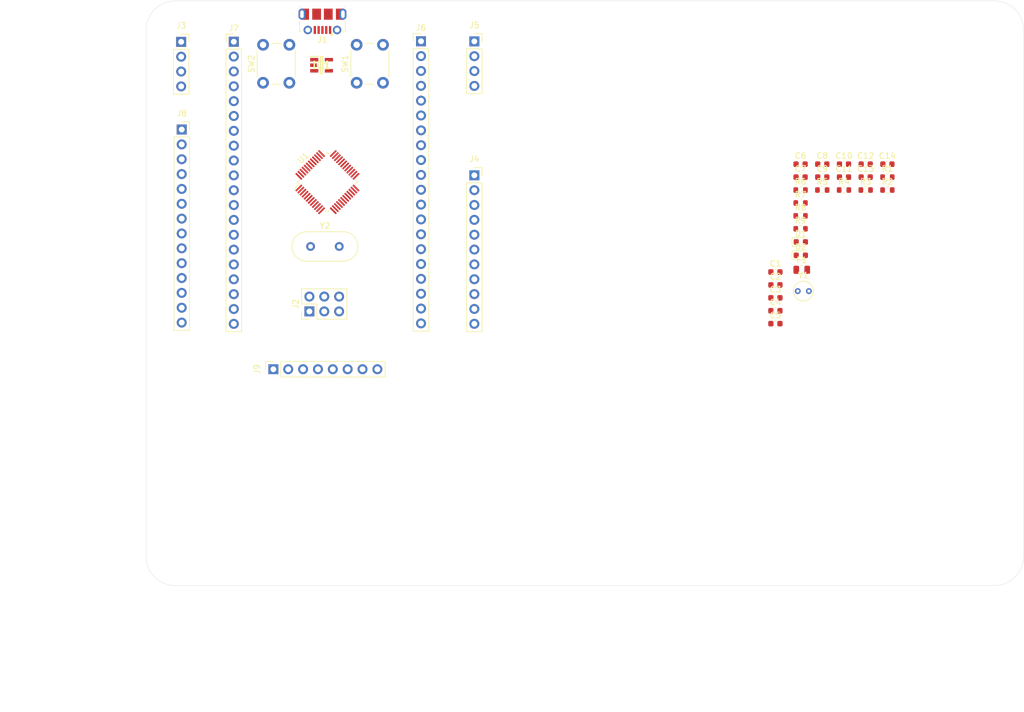
<source format=kicad_pcb>
(kicad_pcb (version 20171130) (host pcbnew "(5.1.9)-1")

  (general
    (thickness 1.6)
    (drawings 10)
    (tracks 0)
    (zones 0)
    (modules 41)
    (nets 53)
  )

  (page A4)
  (layers
    (0 F.Cu signal)
    (31 B.Cu signal)
    (32 B.Adhes user)
    (33 F.Adhes user)
    (34 B.Paste user)
    (35 F.Paste user)
    (36 B.SilkS user)
    (37 F.SilkS user)
    (38 B.Mask user)
    (39 F.Mask user)
    (40 Dwgs.User user)
    (41 Cmts.User user)
    (42 Eco1.User user)
    (43 Eco2.User user)
    (44 Edge.Cuts user)
    (45 Margin user)
    (46 B.CrtYd user)
    (47 F.CrtYd user)
    (48 B.Fab user)
    (49 F.Fab user)
  )

  (setup
    (last_trace_width 0.25)
    (trace_clearance 0.2)
    (zone_clearance 0.508)
    (zone_45_only no)
    (trace_min 0.2)
    (via_size 0.8)
    (via_drill 0.4)
    (via_min_size 0.4)
    (via_min_drill 0.3)
    (uvia_size 0.3)
    (uvia_drill 0.1)
    (uvias_allowed no)
    (uvia_min_size 0.2)
    (uvia_min_drill 0.1)
    (edge_width 0.05)
    (segment_width 0.2)
    (pcb_text_width 0.3)
    (pcb_text_size 1.5 1.5)
    (mod_edge_width 0.12)
    (mod_text_size 1 1)
    (mod_text_width 0.15)
    (pad_size 1.524 1.524)
    (pad_drill 0.762)
    (pad_to_mask_clearance 0)
    (aux_axis_origin 0 0)
    (grid_origin 192 141)
    (visible_elements 7FFDFFFF)
    (pcbplotparams
      (layerselection 0x010fc_ffffffff)
      (usegerberextensions false)
      (usegerberattributes true)
      (usegerberadvancedattributes true)
      (creategerberjobfile true)
      (excludeedgelayer true)
      (linewidth 0.100000)
      (plotframeref false)
      (viasonmask false)
      (mode 1)
      (useauxorigin false)
      (hpglpennumber 1)
      (hpglpenspeed 20)
      (hpglpendiameter 15.000000)
      (psnegative false)
      (psa4output false)
      (plotreference true)
      (plotvalue true)
      (plotinvisibletext false)
      (padsonsilk false)
      (subtractmaskfromsilk false)
      (outputformat 1)
      (mirror false)
      (drillshape 1)
      (scaleselection 1)
      (outputdirectory ""))
  )

  (net 0 "")
  (net 1 +3V3)
  (net 2 GND)
  (net 3 "Net-(C3-Pad2)")
  (net 4 "Net-(C4-Pad2)")
  (net 5 "Net-(C7-Pad2)")
  (net 6 "Net-(C8-Pad2)")
  (net 7 "Net-(C10-Pad1)")
  (net 8 /RESET)
  (net 9 "Net-(D1-Pad1)")
  (net 10 "Net-(D2-Pad1)")
  (net 11 +5V)
  (net 12 "Net-(J1-Pad6)")
  (net 13 "Net-(J1-Pad2)")
  (net 14 "Net-(J1-Pad3)")
  (net 15 "Net-(J2-Pad4)")
  (net 16 "Net-(J2-Pad3)")
  (net 17 /KEY0)
  (net 18 /VBAT)
  (net 19 /PA13)
  (net 20 /PA14)
  (net 21 /PB9)
  (net 22 /PB8)
  (net 23 /PB7)
  (net 24 /PA7)
  (net 25 /PA5)
  (net 26 /PB6)
  (net 27 /PB11)
  (net 28 /PB10)
  (net 29 /BOOT1)
  (net 30 /PB1)
  (net 31 /PB0)
  (net 32 /PA6)
  (net 33 /PA4)
  (net 34 /PA3)
  (net 35 /PA2)
  (net 36 /PA1)
  (net 37 /LED2)
  (net 38 /PB12)
  (net 39 /PB13)
  (net 40 /PB14)
  (net 41 /PB15)
  (net 42 /PA8)
  (net 43 /PA9)
  (net 44 /PA10)
  (net 45 /PA11)
  (net 46 /PA12)
  (net 47 /PA15)
  (net 48 /PB3)
  (net 49 /PB4)
  (net 50 /PB5)
  (net 51 /BOOT0)
  (net 52 /PA0)

  (net_class Default "This is the default net class."
    (clearance 0.2)
    (trace_width 0.25)
    (via_dia 0.8)
    (via_drill 0.4)
    (uvia_dia 0.3)
    (uvia_drill 0.1)
    (add_net +3V3)
    (add_net +5V)
    (add_net /BOOT0)
    (add_net /BOOT1)
    (add_net /KEY0)
    (add_net /LED2)
    (add_net /PA0)
    (add_net /PA1)
    (add_net /PA10)
    (add_net /PA11)
    (add_net /PA12)
    (add_net /PA13)
    (add_net /PA14)
    (add_net /PA15)
    (add_net /PA2)
    (add_net /PA3)
    (add_net /PA4)
    (add_net /PA5)
    (add_net /PA6)
    (add_net /PA7)
    (add_net /PA8)
    (add_net /PA9)
    (add_net /PB0)
    (add_net /PB1)
    (add_net /PB10)
    (add_net /PB11)
    (add_net /PB12)
    (add_net /PB13)
    (add_net /PB14)
    (add_net /PB15)
    (add_net /PB3)
    (add_net /PB4)
    (add_net /PB5)
    (add_net /PB6)
    (add_net /PB7)
    (add_net /PB8)
    (add_net /PB9)
    (add_net /RESET)
    (add_net /VBAT)
    (add_net GND)
    (add_net "Net-(C10-Pad1)")
    (add_net "Net-(C3-Pad2)")
    (add_net "Net-(C4-Pad2)")
    (add_net "Net-(C7-Pad2)")
    (add_net "Net-(C8-Pad2)")
    (add_net "Net-(D1-Pad1)")
    (add_net "Net-(D2-Pad1)")
    (add_net "Net-(IC1-Pad4)")
    (add_net "Net-(J1-Pad2)")
    (add_net "Net-(J1-Pad3)")
    (add_net "Net-(J1-Pad4)")
    (add_net "Net-(J1-Pad6)")
    (add_net "Net-(J2-Pad3)")
    (add_net "Net-(J2-Pad4)")
    (add_net "Net-(J4-Pad4)")
    (add_net "Net-(J4-Pad5)")
  )

  (module Connector_PinHeader_2.54mm:PinHeader_2x03_P2.54mm_Vertical (layer F.Cu) (tedit 59FED5CC) (tstamp 605BB32E)
    (at 69.92 94.11 90)
    (descr "Through hole straight pin header, 2x03, 2.54mm pitch, double rows")
    (tags "Through hole pin header THT 2x03 2.54mm double row")
    (path /60679E2A)
    (fp_text reference J2 (at 1.27 -2.33 90) (layer F.SilkS)
      (effects (font (size 1 1) (thickness 0.15)))
    )
    (fp_text value Conn_02x03_Odd_Even (at 1.27 7.41 90) (layer F.Fab)
      (effects (font (size 1 1) (thickness 0.15)))
    )
    (fp_text user %R (at 1.27 2.54) (layer F.Fab)
      (effects (font (size 1 1) (thickness 0.15)))
    )
    (fp_line (start 0 -1.27) (end 3.81 -1.27) (layer F.Fab) (width 0.1))
    (fp_line (start 3.81 -1.27) (end 3.81 6.35) (layer F.Fab) (width 0.1))
    (fp_line (start 3.81 6.35) (end -1.27 6.35) (layer F.Fab) (width 0.1))
    (fp_line (start -1.27 6.35) (end -1.27 0) (layer F.Fab) (width 0.1))
    (fp_line (start -1.27 0) (end 0 -1.27) (layer F.Fab) (width 0.1))
    (fp_line (start -1.33 6.41) (end 3.87 6.41) (layer F.SilkS) (width 0.12))
    (fp_line (start -1.33 1.27) (end -1.33 6.41) (layer F.SilkS) (width 0.12))
    (fp_line (start 3.87 -1.33) (end 3.87 6.41) (layer F.SilkS) (width 0.12))
    (fp_line (start -1.33 1.27) (end 1.27 1.27) (layer F.SilkS) (width 0.12))
    (fp_line (start 1.27 1.27) (end 1.27 -1.33) (layer F.SilkS) (width 0.12))
    (fp_line (start 1.27 -1.33) (end 3.87 -1.33) (layer F.SilkS) (width 0.12))
    (fp_line (start -1.33 0) (end -1.33 -1.33) (layer F.SilkS) (width 0.12))
    (fp_line (start -1.33 -1.33) (end 0 -1.33) (layer F.SilkS) (width 0.12))
    (fp_line (start -1.8 -1.8) (end -1.8 6.85) (layer F.CrtYd) (width 0.05))
    (fp_line (start -1.8 6.85) (end 4.35 6.85) (layer F.CrtYd) (width 0.05))
    (fp_line (start 4.35 6.85) (end 4.35 -1.8) (layer F.CrtYd) (width 0.05))
    (fp_line (start 4.35 -1.8) (end -1.8 -1.8) (layer F.CrtYd) (width 0.05))
    (pad 6 thru_hole oval (at 2.54 5.08 90) (size 1.7 1.7) (drill 1) (layers *.Cu *.Mask)
      (net 2 GND))
    (pad 5 thru_hole oval (at 0 5.08 90) (size 1.7 1.7) (drill 1) (layers *.Cu *.Mask)
      (net 2 GND))
    (pad 4 thru_hole oval (at 2.54 2.54 90) (size 1.7 1.7) (drill 1) (layers *.Cu *.Mask)
      (net 15 "Net-(J2-Pad4)"))
    (pad 3 thru_hole oval (at 0 2.54 90) (size 1.7 1.7) (drill 1) (layers *.Cu *.Mask)
      (net 16 "Net-(J2-Pad3)"))
    (pad 2 thru_hole oval (at 2.54 0 90) (size 1.7 1.7) (drill 1) (layers *.Cu *.Mask)
      (net 1 +3V3))
    (pad 1 thru_hole rect (at 0 0 90) (size 1.7 1.7) (drill 1) (layers *.Cu *.Mask)
      (net 1 +3V3))
    (model ${KISYS3DMOD}/Connector_PinHeader_2.54mm.3dshapes/PinHeader_2x03_P2.54mm_Vertical.wrl
      (at (xyz 0 0 0))
      (scale (xyz 1 1 1))
      (rotate (xyz 0 0 0))
    )
  )

  (module Crystal:Crystal_HC18-U_Vertical (layer F.Cu) (tedit 5A1AD3B7) (tstamp 605BB56E)
    (at 70.12 83)
    (descr "Crystal THT HC-18/U, http://5hertz.com/pdfs/04404_D.pdf")
    (tags "THT crystalHC-18/U")
    (path /605B3E02)
    (fp_text reference Y2 (at 2.45 -3.525) (layer F.SilkS)
      (effects (font (size 1 1) (thickness 0.15)))
    )
    (fp_text value 8MHz (at 2.45 3.525) (layer F.Fab)
      (effects (font (size 1 1) (thickness 0.15)))
    )
    (fp_arc (start 5.575 0) (end 5.575 -2.525) (angle 180) (layer F.SilkS) (width 0.12))
    (fp_arc (start -0.675 0) (end -0.675 -2.525) (angle -180) (layer F.SilkS) (width 0.12))
    (fp_arc (start 5.45 0) (end 5.45 -2) (angle 180) (layer F.Fab) (width 0.1))
    (fp_arc (start -0.55 0) (end -0.55 -2) (angle -180) (layer F.Fab) (width 0.1))
    (fp_arc (start 5.575 0) (end 5.575 -2.325) (angle 180) (layer F.Fab) (width 0.1))
    (fp_arc (start -0.675 0) (end -0.675 -2.325) (angle -180) (layer F.Fab) (width 0.1))
    (fp_text user %R (at 2.45 0) (layer F.Fab)
      (effects (font (size 1 1) (thickness 0.15)))
    )
    (fp_line (start -0.675 -2.325) (end 5.575 -2.325) (layer F.Fab) (width 0.1))
    (fp_line (start -0.675 2.325) (end 5.575 2.325) (layer F.Fab) (width 0.1))
    (fp_line (start -0.55 -2) (end 5.45 -2) (layer F.Fab) (width 0.1))
    (fp_line (start -0.55 2) (end 5.45 2) (layer F.Fab) (width 0.1))
    (fp_line (start -0.675 -2.525) (end 5.575 -2.525) (layer F.SilkS) (width 0.12))
    (fp_line (start -0.675 2.525) (end 5.575 2.525) (layer F.SilkS) (width 0.12))
    (fp_line (start -3.5 -2.8) (end -3.5 2.8) (layer F.CrtYd) (width 0.05))
    (fp_line (start -3.5 2.8) (end 8.4 2.8) (layer F.CrtYd) (width 0.05))
    (fp_line (start 8.4 2.8) (end 8.4 -2.8) (layer F.CrtYd) (width 0.05))
    (fp_line (start 8.4 -2.8) (end -3.5 -2.8) (layer F.CrtYd) (width 0.05))
    (pad 2 thru_hole circle (at 4.9 0) (size 1.5 1.5) (drill 0.8) (layers *.Cu *.Mask)
      (net 6 "Net-(C8-Pad2)"))
    (pad 1 thru_hole circle (at 0 0) (size 1.5 1.5) (drill 0.8) (layers *.Cu *.Mask)
      (net 5 "Net-(C7-Pad2)"))
    (model ${KISYS3DMOD}/Crystal.3dshapes/Crystal_HC18-U_Vertical.wrl
      (at (xyz 0 0 0))
      (scale (xyz 1 1 1))
      (rotate (xyz 0 0 0))
    )
  )

  (module Connector_USB:USB_Micro-B_Molex-105017-0001 (layer F.Cu) (tedit 5A1DC0BE) (tstamp 605BD156)
    (at 72.15 44.5075 180)
    (descr http://www.molex.com/pdm_docs/sd/1050170001_sd.pdf)
    (tags "Micro-USB SMD Typ-B")
    (path /605F38BB)
    (attr smd)
    (fp_text reference J1 (at 0 -3.1125) (layer F.SilkS)
      (effects (font (size 1 1) (thickness 0.15)))
    )
    (fp_text value USB_B_Micro (at 0.3 4.3375) (layer F.Fab)
      (effects (font (size 1 1) (thickness 0.15)))
    )
    (fp_text user %R (at 0 0.8875) (layer F.Fab)
      (effects (font (size 1 1) (thickness 0.15)))
    )
    (fp_text user "PCB Edge" (at 0 2.6875) (layer Dwgs.User)
      (effects (font (size 0.5 0.5) (thickness 0.08)))
    )
    (fp_line (start -4.4 3.64) (end 4.4 3.64) (layer F.CrtYd) (width 0.05))
    (fp_line (start 4.4 -2.46) (end 4.4 3.64) (layer F.CrtYd) (width 0.05))
    (fp_line (start -4.4 -2.46) (end 4.4 -2.46) (layer F.CrtYd) (width 0.05))
    (fp_line (start -4.4 3.64) (end -4.4 -2.46) (layer F.CrtYd) (width 0.05))
    (fp_line (start -3.9 -1.7625) (end -3.45 -1.7625) (layer F.SilkS) (width 0.12))
    (fp_line (start -3.9 0.0875) (end -3.9 -1.7625) (layer F.SilkS) (width 0.12))
    (fp_line (start 3.9 2.6375) (end 3.9 2.3875) (layer F.SilkS) (width 0.12))
    (fp_line (start 3.75 3.3875) (end 3.75 -1.6125) (layer F.Fab) (width 0.1))
    (fp_line (start -3 2.689204) (end 3 2.689204) (layer F.Fab) (width 0.1))
    (fp_line (start -3.75 3.389204) (end 3.75 3.389204) (layer F.Fab) (width 0.1))
    (fp_line (start -3.75 -1.6125) (end 3.75 -1.6125) (layer F.Fab) (width 0.1))
    (fp_line (start -3.75 3.3875) (end -3.75 -1.6125) (layer F.Fab) (width 0.1))
    (fp_line (start -3.9 2.6375) (end -3.9 2.3875) (layer F.SilkS) (width 0.12))
    (fp_line (start 3.9 0.0875) (end 3.9 -1.7625) (layer F.SilkS) (width 0.12))
    (fp_line (start 3.9 -1.7625) (end 3.45 -1.7625) (layer F.SilkS) (width 0.12))
    (fp_line (start -1.7 -2.3125) (end -1.25 -2.3125) (layer F.SilkS) (width 0.12))
    (fp_line (start -1.7 -2.3125) (end -1.7 -1.8625) (layer F.SilkS) (width 0.12))
    (fp_line (start -1.3 -1.7125) (end -1.5 -1.9125) (layer F.Fab) (width 0.1))
    (fp_line (start -1.1 -1.9125) (end -1.3 -1.7125) (layer F.Fab) (width 0.1))
    (fp_line (start -1.5 -2.1225) (end -1.1 -2.1225) (layer F.Fab) (width 0.1))
    (fp_line (start -1.5 -2.1225) (end -1.5 -1.9125) (layer F.Fab) (width 0.1))
    (fp_line (start -1.1 -2.1225) (end -1.1 -1.9125) (layer F.Fab) (width 0.1))
    (pad 6 smd rect (at -2.9 1.2375 180) (size 1.2 1.9) (layers F.Cu F.Mask)
      (net 12 "Net-(J1-Pad6)"))
    (pad 6 smd rect (at 2.9 1.2375 180) (size 1.2 1.9) (layers F.Cu F.Mask)
      (net 12 "Net-(J1-Pad6)"))
    (pad 6 thru_hole oval (at 3.5 1.2375 180) (size 1.2 1.9) (drill oval 0.6 1.3) (layers *.Cu *.Mask)
      (net 12 "Net-(J1-Pad6)"))
    (pad 6 thru_hole oval (at -3.5 1.2375) (size 1.2 1.9) (drill oval 0.6 1.3) (layers *.Cu *.Mask)
      (net 12 "Net-(J1-Pad6)"))
    (pad 6 smd rect (at -1 1.2375 180) (size 1.5 1.9) (layers F.Cu F.Paste F.Mask)
      (net 12 "Net-(J1-Pad6)"))
    (pad 6 thru_hole circle (at 2.5 -1.4625 180) (size 1.45 1.45) (drill 0.85) (layers *.Cu *.Mask)
      (net 12 "Net-(J1-Pad6)"))
    (pad 3 smd rect (at 0 -1.4625 180) (size 0.4 1.35) (layers F.Cu F.Paste F.Mask)
      (net 14 "Net-(J1-Pad3)"))
    (pad 4 smd rect (at 0.65 -1.4625 180) (size 0.4 1.35) (layers F.Cu F.Paste F.Mask))
    (pad 5 smd rect (at 1.3 -1.4625 180) (size 0.4 1.35) (layers F.Cu F.Paste F.Mask)
      (net 2 GND))
    (pad 1 smd rect (at -1.3 -1.4625 180) (size 0.4 1.35) (layers F.Cu F.Paste F.Mask)
      (net 11 +5V))
    (pad 2 smd rect (at -0.65 -1.4625 180) (size 0.4 1.35) (layers F.Cu F.Paste F.Mask)
      (net 13 "Net-(J1-Pad2)"))
    (pad 6 thru_hole circle (at -2.5 -1.4625 180) (size 1.45 1.45) (drill 0.85) (layers *.Cu *.Mask)
      (net 12 "Net-(J1-Pad6)"))
    (pad 6 smd rect (at 1 1.2375 180) (size 1.5 1.9) (layers F.Cu F.Paste F.Mask)
      (net 12 "Net-(J1-Pad6)"))
    (model ${KISYS3DMOD}/Connector_USB.3dshapes/USB_Micro-B_Molex-105017-0001.wrl
      (at (xyz 0 0 0))
      (scale (xyz 1 1 1))
      (rotate (xyz 0 0 0))
    )
  )

  (module Button_Switch_THT:SW_PUSH_6mm (layer F.Cu) (tedit 5A02FE31) (tstamp 605D752C)
    (at 78 55 90)
    (descr https://www.omron.com/ecb/products/pdf/en-b3f.pdf)
    (tags "tact sw push 6mm")
    (path /608A301E)
    (fp_text reference SW1 (at 3.25 -2 90) (layer F.SilkS)
      (effects (font (size 1 1) (thickness 0.15)))
    )
    (fp_text value SW_Push (at 3.75 6.7 90) (layer F.Fab)
      (effects (font (size 1 1) (thickness 0.15)))
    )
    (fp_text user %R (at 3.25 2.25 90) (layer F.Fab)
      (effects (font (size 1 1) (thickness 0.15)))
    )
    (fp_line (start 3.25 -0.75) (end 6.25 -0.75) (layer F.Fab) (width 0.1))
    (fp_line (start 6.25 -0.75) (end 6.25 5.25) (layer F.Fab) (width 0.1))
    (fp_line (start 6.25 5.25) (end 0.25 5.25) (layer F.Fab) (width 0.1))
    (fp_line (start 0.25 5.25) (end 0.25 -0.75) (layer F.Fab) (width 0.1))
    (fp_line (start 0.25 -0.75) (end 3.25 -0.75) (layer F.Fab) (width 0.1))
    (fp_line (start 7.75 6) (end 8 6) (layer F.CrtYd) (width 0.05))
    (fp_line (start 8 6) (end 8 5.75) (layer F.CrtYd) (width 0.05))
    (fp_line (start 7.75 -1.5) (end 8 -1.5) (layer F.CrtYd) (width 0.05))
    (fp_line (start 8 -1.5) (end 8 -1.25) (layer F.CrtYd) (width 0.05))
    (fp_line (start -1.5 -1.25) (end -1.5 -1.5) (layer F.CrtYd) (width 0.05))
    (fp_line (start -1.5 -1.5) (end -1.25 -1.5) (layer F.CrtYd) (width 0.05))
    (fp_line (start -1.5 5.75) (end -1.5 6) (layer F.CrtYd) (width 0.05))
    (fp_line (start -1.5 6) (end -1.25 6) (layer F.CrtYd) (width 0.05))
    (fp_line (start -1.25 -1.5) (end 7.75 -1.5) (layer F.CrtYd) (width 0.05))
    (fp_line (start -1.5 5.75) (end -1.5 -1.25) (layer F.CrtYd) (width 0.05))
    (fp_line (start 7.75 6) (end -1.25 6) (layer F.CrtYd) (width 0.05))
    (fp_line (start 8 -1.25) (end 8 5.75) (layer F.CrtYd) (width 0.05))
    (fp_line (start 1 5.5) (end 5.5 5.5) (layer F.SilkS) (width 0.12))
    (fp_line (start -0.25 1.5) (end -0.25 3) (layer F.SilkS) (width 0.12))
    (fp_line (start 5.5 -1) (end 1 -1) (layer F.SilkS) (width 0.12))
    (fp_line (start 6.75 3) (end 6.75 1.5) (layer F.SilkS) (width 0.12))
    (fp_circle (center 3.25 2.25) (end 1.25 2.5) (layer F.Fab) (width 0.1))
    (pad 1 thru_hole circle (at 6.5 0 180) (size 2 2) (drill 1.1) (layers *.Cu *.Mask)
      (net 8 /RESET))
    (pad 2 thru_hole circle (at 6.5 4.5 180) (size 2 2) (drill 1.1) (layers *.Cu *.Mask)
      (net 2 GND))
    (pad 1 thru_hole circle (at 0 0 180) (size 2 2) (drill 1.1) (layers *.Cu *.Mask)
      (net 8 /RESET))
    (pad 2 thru_hole circle (at 0 4.5 180) (size 2 2) (drill 1.1) (layers *.Cu *.Mask)
      (net 2 GND))
    (model ${KISYS3DMOD}/Button_Switch_THT.3dshapes/SW_PUSH_6mm.wrl
      (at (xyz 0 0 0))
      (scale (xyz 1 1 1))
      (rotate (xyz 0 0 0))
    )
  )

  (module Connector_PinSocket_2.54mm:PinSocket_1x08_P2.54mm_Vertical (layer F.Cu) (tedit 5A19A420) (tstamp 605BB40B)
    (at 63.76 104 90)
    (descr "Through hole straight socket strip, 1x08, 2.54mm pitch, single row (from Kicad 4.0.7), script generated")
    (tags "Through hole socket strip THT 1x08 2.54mm single row")
    (path /607F5DB1)
    (fp_text reference J9 (at 0 -2.77 90) (layer F.SilkS)
      (effects (font (size 1 1) (thickness 0.15)))
    )
    (fp_text value Conn_01x08 (at 0 20.55 90) (layer F.Fab)
      (effects (font (size 1 1) (thickness 0.15)))
    )
    (fp_line (start -1.8 19.55) (end -1.8 -1.8) (layer F.CrtYd) (width 0.05))
    (fp_line (start 1.75 19.55) (end -1.8 19.55) (layer F.CrtYd) (width 0.05))
    (fp_line (start 1.75 -1.8) (end 1.75 19.55) (layer F.CrtYd) (width 0.05))
    (fp_line (start -1.8 -1.8) (end 1.75 -1.8) (layer F.CrtYd) (width 0.05))
    (fp_line (start 0 -1.33) (end 1.33 -1.33) (layer F.SilkS) (width 0.12))
    (fp_line (start 1.33 -1.33) (end 1.33 0) (layer F.SilkS) (width 0.12))
    (fp_line (start 1.33 1.27) (end 1.33 19.11) (layer F.SilkS) (width 0.12))
    (fp_line (start -1.33 19.11) (end 1.33 19.11) (layer F.SilkS) (width 0.12))
    (fp_line (start -1.33 1.27) (end -1.33 19.11) (layer F.SilkS) (width 0.12))
    (fp_line (start -1.33 1.27) (end 1.33 1.27) (layer F.SilkS) (width 0.12))
    (fp_line (start -1.27 19.05) (end -1.27 -1.27) (layer F.Fab) (width 0.1))
    (fp_line (start 1.27 19.05) (end -1.27 19.05) (layer F.Fab) (width 0.1))
    (fp_line (start 1.27 -0.635) (end 1.27 19.05) (layer F.Fab) (width 0.1))
    (fp_line (start 0.635 -1.27) (end 1.27 -0.635) (layer F.Fab) (width 0.1))
    (fp_line (start -1.27 -1.27) (end 0.635 -1.27) (layer F.Fab) (width 0.1))
    (fp_text user %R (at 0 8.89) (layer F.Fab)
      (effects (font (size 1 1) (thickness 0.15)))
    )
    (pad 8 thru_hole oval (at 0 17.78 90) (size 1.7 1.7) (drill 1) (layers *.Cu *.Mask)
      (net 26 /PB6))
    (pad 7 thru_hole oval (at 0 15.24 90) (size 1.7 1.7) (drill 1) (layers *.Cu *.Mask)
      (net 21 /PB9))
    (pad 6 thru_hole oval (at 0 12.7 90) (size 1.7 1.7) (drill 1) (layers *.Cu *.Mask)
      (net 23 /PB7))
    (pad 5 thru_hole oval (at 0 10.16 90) (size 1.7 1.7) (drill 1) (layers *.Cu *.Mask)
      (net 22 /PB8))
    (pad 4 thru_hole oval (at 0 7.62 90) (size 1.7 1.7) (drill 1) (layers *.Cu *.Mask)
      (net 24 /PA7))
    (pad 3 thru_hole oval (at 0 5.08 90) (size 1.7 1.7) (drill 1) (layers *.Cu *.Mask)
      (net 25 /PA5))
    (pad 2 thru_hole oval (at 0 2.54 90) (size 1.7 1.7) (drill 1) (layers *.Cu *.Mask)
      (net 1 +3V3))
    (pad 1 thru_hole rect (at 0 0 90) (size 1.7 1.7) (drill 1) (layers *.Cu *.Mask)
      (net 2 GND))
    (model ${KISYS3DMOD}/Connector_PinSocket_2.54mm.3dshapes/PinSocket_1x08_P2.54mm_Vertical.wrl
      (at (xyz 0 0 0))
      (scale (xyz 1 1 1))
      (rotate (xyz 0 0 0))
    )
  )

  (module Connector_PinSocket_2.54mm:PinSocket_1x14_P2.54mm_Vertical (layer F.Cu) (tedit 5A19A434) (tstamp 605CC9F9)
    (at 48.0963 63)
    (descr "Through hole straight socket strip, 1x14, 2.54mm pitch, single row (from Kicad 4.0.7), script generated")
    (tags "Through hole socket strip THT 1x14 2.54mm single row")
    (path /607F49AB)
    (fp_text reference J8 (at 0 -2.77) (layer F.SilkS)
      (effects (font (size 1 1) (thickness 0.15)))
    )
    (fp_text value Conn_01x14 (at 0 35.79) (layer F.Fab)
      (effects (font (size 1 1) (thickness 0.15)))
    )
    (fp_line (start -1.8 34.8) (end -1.8 -1.8) (layer F.CrtYd) (width 0.05))
    (fp_line (start 1.75 34.8) (end -1.8 34.8) (layer F.CrtYd) (width 0.05))
    (fp_line (start 1.75 -1.8) (end 1.75 34.8) (layer F.CrtYd) (width 0.05))
    (fp_line (start -1.8 -1.8) (end 1.75 -1.8) (layer F.CrtYd) (width 0.05))
    (fp_line (start 0 -1.33) (end 1.33 -1.33) (layer F.SilkS) (width 0.12))
    (fp_line (start 1.33 -1.33) (end 1.33 0) (layer F.SilkS) (width 0.12))
    (fp_line (start 1.33 1.27) (end 1.33 34.35) (layer F.SilkS) (width 0.12))
    (fp_line (start -1.33 34.35) (end 1.33 34.35) (layer F.SilkS) (width 0.12))
    (fp_line (start -1.33 1.27) (end -1.33 34.35) (layer F.SilkS) (width 0.12))
    (fp_line (start -1.33 1.27) (end 1.33 1.27) (layer F.SilkS) (width 0.12))
    (fp_line (start -1.27 34.29) (end -1.27 -1.27) (layer F.Fab) (width 0.1))
    (fp_line (start 1.27 34.29) (end -1.27 34.29) (layer F.Fab) (width 0.1))
    (fp_line (start 1.27 -0.635) (end 1.27 34.29) (layer F.Fab) (width 0.1))
    (fp_line (start 0.635 -1.27) (end 1.27 -0.635) (layer F.Fab) (width 0.1))
    (fp_line (start -1.27 -1.27) (end 0.635 -1.27) (layer F.Fab) (width 0.1))
    (fp_text user %R (at 0 16.51 90) (layer F.Fab)
      (effects (font (size 1 1) (thickness 0.15)))
    )
    (pad 14 thru_hole oval (at 0 33.02) (size 1.7 1.7) (drill 1) (layers *.Cu *.Mask)
      (net 36 /PA1))
    (pad 13 thru_hole oval (at 0 30.48) (size 1.7 1.7) (drill 1) (layers *.Cu *.Mask)
      (net 42 /PA8))
    (pad 12 thru_hole oval (at 0 27.94) (size 1.7 1.7) (drill 1) (layers *.Cu *.Mask)
      (net 43 /PA9))
    (pad 11 thru_hole oval (at 0 25.4) (size 1.7 1.7) (drill 1) (layers *.Cu *.Mask)
      (net 44 /PA10))
    (pad 10 thru_hole oval (at 0 22.86) (size 1.7 1.7) (drill 1) (layers *.Cu *.Mask)
      (net 50 /PB5))
    (pad 9 thru_hole oval (at 0 20.32) (size 1.7 1.7) (drill 1) (layers *.Cu *.Mask)
      (net 32 /PA6))
    (pad 8 thru_hole oval (at 0 17.78) (size 1.7 1.7) (drill 1) (layers *.Cu *.Mask)
      (net 26 /PB6))
    (pad 7 thru_hole oval (at 0 15.24) (size 1.7 1.7) (drill 1) (layers *.Cu *.Mask)
      (net 25 /PA5))
    (pad 6 thru_hole oval (at 0 12.7) (size 1.7 1.7) (drill 1) (layers *.Cu *.Mask)
      (net 24 /PA7))
    (pad 5 thru_hole oval (at 0 10.16) (size 1.7 1.7) (drill 1) (layers *.Cu *.Mask)
      (net 23 /PB7))
    (pad 4 thru_hole oval (at 0 7.62) (size 1.7 1.7) (drill 1) (layers *.Cu *.Mask)
      (net 22 /PB8))
    (pad 3 thru_hole oval (at 0 5.08) (size 1.7 1.7) (drill 1) (layers *.Cu *.Mask)
      (net 21 /PB9))
    (pad 2 thru_hole oval (at 0 2.54) (size 1.7 1.7) (drill 1) (layers *.Cu *.Mask)
      (net 2 GND))
    (pad 1 thru_hole rect (at 0 0) (size 1.7 1.7) (drill 1) (layers *.Cu *.Mask)
      (net 11 +5V))
    (model ${KISYS3DMOD}/Connector_PinSocket_2.54mm.3dshapes/PinSocket_1x14_P2.54mm_Vertical.wrl
      (at (xyz 0 0 0))
      (scale (xyz 1 1 1))
      (rotate (xyz 0 0 0))
    )
  )

  (module Connector_PinSocket_2.54mm:PinSocket_1x04_P2.54mm_Vertical (layer F.Cu) (tedit 5A19A429) (tstamp 605BB37D)
    (at 98.11322 47.91662)
    (descr "Through hole straight socket strip, 1x04, 2.54mm pitch, single row (from Kicad 4.0.7), script generated")
    (tags "Through hole socket strip THT 1x04 2.54mm single row")
    (path /607F7812)
    (fp_text reference J5 (at 0 -2.77) (layer F.SilkS)
      (effects (font (size 1 1) (thickness 0.15)))
    )
    (fp_text value Conn_01x04 (at 0 10.39) (layer F.Fab)
      (effects (font (size 1 1) (thickness 0.15)))
    )
    (fp_line (start -1.8 9.4) (end -1.8 -1.8) (layer F.CrtYd) (width 0.05))
    (fp_line (start 1.75 9.4) (end -1.8 9.4) (layer F.CrtYd) (width 0.05))
    (fp_line (start 1.75 -1.8) (end 1.75 9.4) (layer F.CrtYd) (width 0.05))
    (fp_line (start -1.8 -1.8) (end 1.75 -1.8) (layer F.CrtYd) (width 0.05))
    (fp_line (start 0 -1.33) (end 1.33 -1.33) (layer F.SilkS) (width 0.12))
    (fp_line (start 1.33 -1.33) (end 1.33 0) (layer F.SilkS) (width 0.12))
    (fp_line (start 1.33 1.27) (end 1.33 8.95) (layer F.SilkS) (width 0.12))
    (fp_line (start -1.33 8.95) (end 1.33 8.95) (layer F.SilkS) (width 0.12))
    (fp_line (start -1.33 1.27) (end -1.33 8.95) (layer F.SilkS) (width 0.12))
    (fp_line (start -1.33 1.27) (end 1.33 1.27) (layer F.SilkS) (width 0.12))
    (fp_line (start -1.27 8.89) (end -1.27 -1.27) (layer F.Fab) (width 0.1))
    (fp_line (start 1.27 8.89) (end -1.27 8.89) (layer F.Fab) (width 0.1))
    (fp_line (start 1.27 -0.635) (end 1.27 8.89) (layer F.Fab) (width 0.1))
    (fp_line (start 0.635 -1.27) (end 1.27 -0.635) (layer F.Fab) (width 0.1))
    (fp_line (start -1.27 -1.27) (end 0.635 -1.27) (layer F.Fab) (width 0.1))
    (fp_text user %R (at 0 3.81 90) (layer F.Fab)
      (effects (font (size 1 1) (thickness 0.15)))
    )
    (pad 4 thru_hole oval (at 0 7.62) (size 1.7 1.7) (drill 1) (layers *.Cu *.Mask)
      (net 24 /PA7))
    (pad 3 thru_hole oval (at 0 5.08) (size 1.7 1.7) (drill 1) (layers *.Cu *.Mask)
      (net 25 /PA5))
    (pad 2 thru_hole oval (at 0 2.54) (size 1.7 1.7) (drill 1) (layers *.Cu *.Mask)
      (net 2 GND))
    (pad 1 thru_hole rect (at 0 0) (size 1.7 1.7) (drill 1) (layers *.Cu *.Mask)
      (net 1 +3V3))
    (model ${KISYS3DMOD}/Connector_PinSocket_2.54mm.3dshapes/PinSocket_1x04_P2.54mm_Vertical.wrl
      (at (xyz 0 0 0))
      (scale (xyz 1 1 1))
      (rotate (xyz 0 0 0))
    )
  )

  (module Connector_PinSocket_2.54mm:PinSocket_1x11_P2.54mm_Vertical (layer F.Cu) (tedit 5A19A42E) (tstamp 605BB365)
    (at 98.11322 70.82742)
    (descr "Through hole straight socket strip, 1x11, 2.54mm pitch, single row (from Kicad 4.0.7), script generated")
    (tags "Through hole socket strip THT 1x11 2.54mm single row")
    (path /607F3650)
    (fp_text reference J4 (at 0 -2.77) (layer F.SilkS)
      (effects (font (size 1 1) (thickness 0.15)))
    )
    (fp_text value Conn_01x11 (at 0 28.17) (layer F.Fab)
      (effects (font (size 1 1) (thickness 0.15)))
    )
    (fp_line (start -1.8 27.15) (end -1.8 -1.8) (layer F.CrtYd) (width 0.05))
    (fp_line (start 1.75 27.15) (end -1.8 27.15) (layer F.CrtYd) (width 0.05))
    (fp_line (start 1.75 -1.8) (end 1.75 27.15) (layer F.CrtYd) (width 0.05))
    (fp_line (start -1.8 -1.8) (end 1.75 -1.8) (layer F.CrtYd) (width 0.05))
    (fp_line (start 0 -1.33) (end 1.33 -1.33) (layer F.SilkS) (width 0.12))
    (fp_line (start 1.33 -1.33) (end 1.33 0) (layer F.SilkS) (width 0.12))
    (fp_line (start 1.33 1.27) (end 1.33 26.73) (layer F.SilkS) (width 0.12))
    (fp_line (start -1.33 26.73) (end 1.33 26.73) (layer F.SilkS) (width 0.12))
    (fp_line (start -1.33 1.27) (end -1.33 26.73) (layer F.SilkS) (width 0.12))
    (fp_line (start -1.33 1.27) (end 1.33 1.27) (layer F.SilkS) (width 0.12))
    (fp_line (start -1.27 26.67) (end -1.27 -1.27) (layer F.Fab) (width 0.1))
    (fp_line (start 1.27 26.67) (end -1.27 26.67) (layer F.Fab) (width 0.1))
    (fp_line (start 1.27 -0.635) (end 1.27 26.67) (layer F.Fab) (width 0.1))
    (fp_line (start 0.635 -1.27) (end 1.27 -0.635) (layer F.Fab) (width 0.1))
    (fp_line (start -1.27 -1.27) (end 0.635 -1.27) (layer F.Fab) (width 0.1))
    (fp_text user %R (at 0 12.7 90) (layer F.Fab)
      (effects (font (size 1 1) (thickness 0.15)))
    )
    (pad 11 thru_hole oval (at 0 25.4) (size 1.7 1.7) (drill 1) (layers *.Cu *.Mask)
      (net 21 /PB9))
    (pad 10 thru_hole oval (at 0 22.86) (size 1.7 1.7) (drill 1) (layers *.Cu *.Mask)
      (net 22 /PB8))
    (pad 9 thru_hole oval (at 0 20.32) (size 1.7 1.7) (drill 1) (layers *.Cu *.Mask)
      (net 23 /PB7))
    (pad 8 thru_hole oval (at 0 17.78) (size 1.7 1.7) (drill 1) (layers *.Cu *.Mask)
      (net 24 /PA7))
    (pad 7 thru_hole oval (at 0 15.24) (size 1.7 1.7) (drill 1) (layers *.Cu *.Mask)
      (net 25 /PA5))
    (pad 6 thru_hole oval (at 0 12.7) (size 1.7 1.7) (drill 1) (layers *.Cu *.Mask)
      (net 26 /PB6))
    (pad 5 thru_hole oval (at 0 10.16) (size 1.7 1.7) (drill 1) (layers *.Cu *.Mask))
    (pad 4 thru_hole oval (at 0 7.62) (size 1.7 1.7) (drill 1) (layers *.Cu *.Mask))
    (pad 3 thru_hole oval (at 0 5.08) (size 1.7 1.7) (drill 1) (layers *.Cu *.Mask)
      (net 2 GND))
    (pad 2 thru_hole oval (at 0 2.54) (size 1.7 1.7) (drill 1) (layers *.Cu *.Mask)
      (net 2 GND))
    (pad 1 thru_hole rect (at 0 0) (size 1.7 1.7) (drill 1) (layers *.Cu *.Mask)
      (net 11 +5V))
    (model ${KISYS3DMOD}/Connector_PinSocket_2.54mm.3dshapes/PinSocket_1x11_P2.54mm_Vertical.wrl
      (at (xyz 0 0 0))
      (scale (xyz 1 1 1))
      (rotate (xyz 0 0 0))
    )
  )

  (module Connector_PinSocket_2.54mm:PinSocket_1x04_P2.54mm_Vertical (layer F.Cu) (tedit 5A19A429) (tstamp 605BB346)
    (at 48 48)
    (descr "Through hole straight socket strip, 1x04, 2.54mm pitch, single row (from Kicad 4.0.7), script generated")
    (tags "Through hole socket strip THT 1x04 2.54mm single row")
    (path /607221FC)
    (fp_text reference J3 (at 0 -2.77) (layer F.SilkS)
      (effects (font (size 1 1) (thickness 0.15)))
    )
    (fp_text value Conn_01x04 (at 0 10.39) (layer F.Fab)
      (effects (font (size 1 1) (thickness 0.15)))
    )
    (fp_line (start -1.8 9.4) (end -1.8 -1.8) (layer F.CrtYd) (width 0.05))
    (fp_line (start 1.75 9.4) (end -1.8 9.4) (layer F.CrtYd) (width 0.05))
    (fp_line (start 1.75 -1.8) (end 1.75 9.4) (layer F.CrtYd) (width 0.05))
    (fp_line (start -1.8 -1.8) (end 1.75 -1.8) (layer F.CrtYd) (width 0.05))
    (fp_line (start 0 -1.33) (end 1.33 -1.33) (layer F.SilkS) (width 0.12))
    (fp_line (start 1.33 -1.33) (end 1.33 0) (layer F.SilkS) (width 0.12))
    (fp_line (start 1.33 1.27) (end 1.33 8.95) (layer F.SilkS) (width 0.12))
    (fp_line (start -1.33 8.95) (end 1.33 8.95) (layer F.SilkS) (width 0.12))
    (fp_line (start -1.33 1.27) (end -1.33 8.95) (layer F.SilkS) (width 0.12))
    (fp_line (start -1.33 1.27) (end 1.33 1.27) (layer F.SilkS) (width 0.12))
    (fp_line (start -1.27 8.89) (end -1.27 -1.27) (layer F.Fab) (width 0.1))
    (fp_line (start 1.27 8.89) (end -1.27 8.89) (layer F.Fab) (width 0.1))
    (fp_line (start 1.27 -0.635) (end 1.27 8.89) (layer F.Fab) (width 0.1))
    (fp_line (start 0.635 -1.27) (end 1.27 -0.635) (layer F.Fab) (width 0.1))
    (fp_line (start -1.27 -1.27) (end 0.635 -1.27) (layer F.Fab) (width 0.1))
    (fp_text user %R (at 0 3.81 90) (layer F.Fab)
      (effects (font (size 1 1) (thickness 0.15)))
    )
    (pad 4 thru_hole oval (at 0 7.62) (size 1.7 1.7) (drill 1) (layers *.Cu *.Mask)
      (net 1 +3V3))
    (pad 3 thru_hole oval (at 0 5.08) (size 1.7 1.7) (drill 1) (layers *.Cu *.Mask)
      (net 19 /PA13))
    (pad 2 thru_hole oval (at 0 2.54) (size 1.7 1.7) (drill 1) (layers *.Cu *.Mask)
      (net 20 /PA14))
    (pad 1 thru_hole rect (at 0 0) (size 1.7 1.7) (drill 1) (layers *.Cu *.Mask)
      (net 2 GND))
    (model ${KISYS3DMOD}/Connector_PinSocket_2.54mm.3dshapes/PinSocket_1x04_P2.54mm_Vertical.wrl
      (at (xyz 0 0 0))
      (scale (xyz 1 1 1))
      (rotate (xyz 0 0 0))
    )
  )

  (module griffin:SOT95P270X145-5N (layer F.Cu) (tedit 0) (tstamp 605D5D15)
    (at 72 52)
    (descr sot-23)
    (tags "Integrated Circuit")
    (path /605A15B8)
    (attr smd)
    (fp_text reference IC1 (at 0 0) (layer F.SilkS)
      (effects (font (size 1.27 1.27) (thickness 0.254)))
    )
    (fp_text value ME6211C33M5G-N (at 0 0) (layer F.SilkS) hide
      (effects (font (size 1.27 1.27) (thickness 0.254)))
    )
    (fp_line (start -2.2 -1.8) (end 2.2 -1.8) (layer F.CrtYd) (width 0.05))
    (fp_line (start 2.2 -1.8) (end 2.2 1.8) (layer F.CrtYd) (width 0.05))
    (fp_line (start 2.2 1.8) (end -2.2 1.8) (layer F.CrtYd) (width 0.05))
    (fp_line (start -2.2 1.8) (end -2.2 -1.8) (layer F.CrtYd) (width 0.05))
    (fp_line (start -0.775 -1.45) (end 0.775 -1.45) (layer F.Fab) (width 0.1))
    (fp_line (start 0.775 -1.45) (end 0.775 1.45) (layer F.Fab) (width 0.1))
    (fp_line (start 0.775 1.45) (end -0.775 1.45) (layer F.Fab) (width 0.1))
    (fp_line (start -0.775 1.45) (end -0.775 -1.45) (layer F.Fab) (width 0.1))
    (fp_line (start -0.775 -0.5) (end 0.175 -1.45) (layer F.Fab) (width 0.1))
    (fp_line (start -0.2 -1.45) (end 0.2 -1.45) (layer F.SilkS) (width 0.2))
    (fp_line (start 0.2 -1.45) (end 0.2 1.45) (layer F.SilkS) (width 0.2))
    (fp_line (start 0.2 1.45) (end -0.2 1.45) (layer F.SilkS) (width 0.2))
    (fp_line (start -0.2 1.45) (end -0.2 -1.45) (layer F.SilkS) (width 0.2))
    (fp_line (start -1.95 -1.5) (end -0.55 -1.5) (layer F.SilkS) (width 0.2))
    (fp_text user %R (at 0 0) (layer F.Fab)
      (effects (font (size 1.27 1.27) (thickness 0.254)))
    )
    (pad 1 smd rect (at -1.25 -0.95 90) (size 0.6 1.4) (layers F.Cu F.Paste F.Mask)
      (net 7 "Net-(C10-Pad1)"))
    (pad 2 smd rect (at -1.25 0 90) (size 0.6 1.4) (layers F.Cu F.Paste F.Mask)
      (net 2 GND))
    (pad 3 smd rect (at -1.25 0.95 90) (size 0.6 1.4) (layers F.Cu F.Paste F.Mask)
      (net 7 "Net-(C10-Pad1)"))
    (pad 4 smd rect (at 1.25 0.95 90) (size 0.6 1.4) (layers F.Cu F.Paste F.Mask))
    (pad 5 smd rect (at 1.25 -0.95 90) (size 0.6 1.4) (layers F.Cu F.Paste F.Mask)
      (net 1 +3V3))
    (model ME6211C33M5G-N.stp
      (at (xyz 0 0 0))
      (scale (xyz 1 1 1))
      (rotate (xyz 0 0 0))
    )
  )

  (module Package_QFP:LQFP-48_7x7mm_P0.5mm (layer F.Cu) (tedit 5D9F72AF) (tstamp 605C9FED)
    (at 73 72 45)
    (descr "LQFP, 48 Pin (https://www.analog.com/media/en/technical-documentation/data-sheets/ltc2358-16.pdf), generated with kicad-footprint-generator ipc_gullwing_generator.py")
    (tags "LQFP QFP")
    (path /6069F0F3)
    (attr smd)
    (fp_text reference U1 (at 0 -5.85 45) (layer F.SilkS)
      (effects (font (size 1 1) (thickness 0.15)))
    )
    (fp_text value STM32F103C8Tx (at 0 5.85 45) (layer F.Fab)
      (effects (font (size 1 1) (thickness 0.15)))
    )
    (fp_line (start 3.16 3.61) (end 3.61 3.61) (layer F.SilkS) (width 0.12))
    (fp_line (start 3.61 3.61) (end 3.61 3.16) (layer F.SilkS) (width 0.12))
    (fp_line (start -3.16 3.61) (end -3.61 3.61) (layer F.SilkS) (width 0.12))
    (fp_line (start -3.61 3.61) (end -3.61 3.16) (layer F.SilkS) (width 0.12))
    (fp_line (start 3.16 -3.61) (end 3.61 -3.61) (layer F.SilkS) (width 0.12))
    (fp_line (start 3.61 -3.61) (end 3.61 -3.16) (layer F.SilkS) (width 0.12))
    (fp_line (start -3.16 -3.61) (end -3.61 -3.61) (layer F.SilkS) (width 0.12))
    (fp_line (start -3.61 -3.61) (end -3.61 -3.16) (layer F.SilkS) (width 0.12))
    (fp_line (start -3.61 -3.16) (end -4.9 -3.16) (layer F.SilkS) (width 0.12))
    (fp_line (start -2.5 -3.5) (end 3.5 -3.5) (layer F.Fab) (width 0.1))
    (fp_line (start 3.5 -3.5) (end 3.5 3.5) (layer F.Fab) (width 0.1))
    (fp_line (start 3.5 3.5) (end -3.5 3.5) (layer F.Fab) (width 0.1))
    (fp_line (start -3.5 3.5) (end -3.5 -2.5) (layer F.Fab) (width 0.1))
    (fp_line (start -3.5 -2.5) (end -2.5 -3.5) (layer F.Fab) (width 0.1))
    (fp_line (start 0 -5.15) (end -3.15 -5.15) (layer F.CrtYd) (width 0.05))
    (fp_line (start -3.15 -5.15) (end -3.15 -3.75) (layer F.CrtYd) (width 0.05))
    (fp_line (start -3.15 -3.75) (end -3.75 -3.75) (layer F.CrtYd) (width 0.05))
    (fp_line (start -3.75 -3.75) (end -3.75 -3.15) (layer F.CrtYd) (width 0.05))
    (fp_line (start -3.75 -3.15) (end -5.15 -3.15) (layer F.CrtYd) (width 0.05))
    (fp_line (start -5.15 -3.15) (end -5.15 0) (layer F.CrtYd) (width 0.05))
    (fp_line (start 0 -5.15) (end 3.15 -5.15) (layer F.CrtYd) (width 0.05))
    (fp_line (start 3.15 -5.15) (end 3.15 -3.75) (layer F.CrtYd) (width 0.05))
    (fp_line (start 3.15 -3.75) (end 3.75 -3.75) (layer F.CrtYd) (width 0.05))
    (fp_line (start 3.75 -3.75) (end 3.75 -3.15) (layer F.CrtYd) (width 0.05))
    (fp_line (start 3.75 -3.15) (end 5.15 -3.15) (layer F.CrtYd) (width 0.05))
    (fp_line (start 5.15 -3.15) (end 5.15 0) (layer F.CrtYd) (width 0.05))
    (fp_line (start 0 5.15) (end -3.15 5.15) (layer F.CrtYd) (width 0.05))
    (fp_line (start -3.15 5.15) (end -3.15 3.75) (layer F.CrtYd) (width 0.05))
    (fp_line (start -3.15 3.75) (end -3.75 3.75) (layer F.CrtYd) (width 0.05))
    (fp_line (start -3.75 3.75) (end -3.75 3.15) (layer F.CrtYd) (width 0.05))
    (fp_line (start -3.75 3.15) (end -5.15 3.15) (layer F.CrtYd) (width 0.05))
    (fp_line (start -5.15 3.15) (end -5.15 0) (layer F.CrtYd) (width 0.05))
    (fp_line (start 0 5.15) (end 3.15 5.15) (layer F.CrtYd) (width 0.05))
    (fp_line (start 3.15 5.15) (end 3.15 3.75) (layer F.CrtYd) (width 0.05))
    (fp_line (start 3.15 3.75) (end 3.75 3.75) (layer F.CrtYd) (width 0.05))
    (fp_line (start 3.75 3.75) (end 3.75 3.15) (layer F.CrtYd) (width 0.05))
    (fp_line (start 3.75 3.15) (end 5.15 3.15) (layer F.CrtYd) (width 0.05))
    (fp_line (start 5.15 3.15) (end 5.15 0) (layer F.CrtYd) (width 0.05))
    (fp_text user %R (at -3.8 -2.5 45) (layer F.Fab)
      (effects (font (size 1 1) (thickness 0.15)))
    )
    (pad 48 smd roundrect (at -2.75 -4.1625 45) (size 0.3 1.475) (layers F.Cu F.Paste F.Mask) (roundrect_rratio 0.25)
      (net 1 +3V3))
    (pad 47 smd roundrect (at -2.25 -4.1625 45) (size 0.3 1.475) (layers F.Cu F.Paste F.Mask) (roundrect_rratio 0.25)
      (net 2 GND))
    (pad 46 smd roundrect (at -1.75 -4.1625 45) (size 0.3 1.475) (layers F.Cu F.Paste F.Mask) (roundrect_rratio 0.25)
      (net 21 /PB9))
    (pad 45 smd roundrect (at -1.25 -4.1625 45) (size 0.3 1.475) (layers F.Cu F.Paste F.Mask) (roundrect_rratio 0.25)
      (net 22 /PB8))
    (pad 44 smd roundrect (at -0.75 -4.1625 45) (size 0.3 1.475) (layers F.Cu F.Paste F.Mask) (roundrect_rratio 0.25)
      (net 51 /BOOT0))
    (pad 43 smd roundrect (at -0.25 -4.1625 45) (size 0.3 1.475) (layers F.Cu F.Paste F.Mask) (roundrect_rratio 0.25)
      (net 23 /PB7))
    (pad 42 smd roundrect (at 0.25 -4.1625 45) (size 0.3 1.475) (layers F.Cu F.Paste F.Mask) (roundrect_rratio 0.25)
      (net 26 /PB6))
    (pad 41 smd roundrect (at 0.75 -4.1625 45) (size 0.3 1.475) (layers F.Cu F.Paste F.Mask) (roundrect_rratio 0.25)
      (net 50 /PB5))
    (pad 40 smd roundrect (at 1.25 -4.1625 45) (size 0.3 1.475) (layers F.Cu F.Paste F.Mask) (roundrect_rratio 0.25)
      (net 49 /PB4))
    (pad 39 smd roundrect (at 1.75 -4.1625 45) (size 0.3 1.475) (layers F.Cu F.Paste F.Mask) (roundrect_rratio 0.25)
      (net 48 /PB3))
    (pad 38 smd roundrect (at 2.25 -4.1625 45) (size 0.3 1.475) (layers F.Cu F.Paste F.Mask) (roundrect_rratio 0.25)
      (net 47 /PA15))
    (pad 37 smd roundrect (at 2.75 -4.1625 45) (size 0.3 1.475) (layers F.Cu F.Paste F.Mask) (roundrect_rratio 0.25)
      (net 20 /PA14))
    (pad 36 smd roundrect (at 4.1625 -2.75 45) (size 1.475 0.3) (layers F.Cu F.Paste F.Mask) (roundrect_rratio 0.25)
      (net 1 +3V3))
    (pad 35 smd roundrect (at 4.1625 -2.25 45) (size 1.475 0.3) (layers F.Cu F.Paste F.Mask) (roundrect_rratio 0.25)
      (net 2 GND))
    (pad 34 smd roundrect (at 4.1625 -1.75 45) (size 1.475 0.3) (layers F.Cu F.Paste F.Mask) (roundrect_rratio 0.25)
      (net 19 /PA13))
    (pad 33 smd roundrect (at 4.1625 -1.25 45) (size 1.475 0.3) (layers F.Cu F.Paste F.Mask) (roundrect_rratio 0.25)
      (net 46 /PA12))
    (pad 32 smd roundrect (at 4.1625 -0.75 45) (size 1.475 0.3) (layers F.Cu F.Paste F.Mask) (roundrect_rratio 0.25)
      (net 45 /PA11))
    (pad 31 smd roundrect (at 4.1625 -0.25 45) (size 1.475 0.3) (layers F.Cu F.Paste F.Mask) (roundrect_rratio 0.25)
      (net 43 /PA9))
    (pad 30 smd roundrect (at 4.1625 0.25 45) (size 1.475 0.3) (layers F.Cu F.Paste F.Mask) (roundrect_rratio 0.25)
      (net 42 /PA8))
    (pad 29 smd roundrect (at 4.1625 0.75 45) (size 1.475 0.3) (layers F.Cu F.Paste F.Mask) (roundrect_rratio 0.25)
      (net 24 /PA7))
    (pad 28 smd roundrect (at 4.1625 1.25 45) (size 1.475 0.3) (layers F.Cu F.Paste F.Mask) (roundrect_rratio 0.25)
      (net 41 /PB15))
    (pad 27 smd roundrect (at 4.1625 1.75 45) (size 1.475 0.3) (layers F.Cu F.Paste F.Mask) (roundrect_rratio 0.25)
      (net 40 /PB14))
    (pad 26 smd roundrect (at 4.1625 2.25 45) (size 1.475 0.3) (layers F.Cu F.Paste F.Mask) (roundrect_rratio 0.25)
      (net 39 /PB13))
    (pad 25 smd roundrect (at 4.1625 2.75 45) (size 1.475 0.3) (layers F.Cu F.Paste F.Mask) (roundrect_rratio 0.25)
      (net 38 /PB12))
    (pad 24 smd roundrect (at 2.75 4.1625 45) (size 0.3 1.475) (layers F.Cu F.Paste F.Mask) (roundrect_rratio 0.25)
      (net 1 +3V3))
    (pad 23 smd roundrect (at 2.25 4.1625 45) (size 0.3 1.475) (layers F.Cu F.Paste F.Mask) (roundrect_rratio 0.25)
      (net 2 GND))
    (pad 22 smd roundrect (at 1.75 4.1625 45) (size 0.3 1.475) (layers F.Cu F.Paste F.Mask) (roundrect_rratio 0.25)
      (net 27 /PB11))
    (pad 21 smd roundrect (at 1.25 4.1625 45) (size 0.3 1.475) (layers F.Cu F.Paste F.Mask) (roundrect_rratio 0.25)
      (net 28 /PB10))
    (pad 20 smd roundrect (at 0.75 4.1625 45) (size 0.3 1.475) (layers F.Cu F.Paste F.Mask) (roundrect_rratio 0.25)
      (net 29 /BOOT1))
    (pad 19 smd roundrect (at 0.25 4.1625 45) (size 0.3 1.475) (layers F.Cu F.Paste F.Mask) (roundrect_rratio 0.25)
      (net 30 /PB1))
    (pad 18 smd roundrect (at -0.25 4.1625 45) (size 0.3 1.475) (layers F.Cu F.Paste F.Mask) (roundrect_rratio 0.25)
      (net 31 /PB0))
    (pad 17 smd roundrect (at -0.75 4.1625 45) (size 0.3 1.475) (layers F.Cu F.Paste F.Mask) (roundrect_rratio 0.25)
      (net 32 /PA6))
    (pad 16 smd roundrect (at -1.25 4.1625 45) (size 0.3 1.475) (layers F.Cu F.Paste F.Mask) (roundrect_rratio 0.25)
      (net 25 /PA5))
    (pad 15 smd roundrect (at -1.75 4.1625 45) (size 0.3 1.475) (layers F.Cu F.Paste F.Mask) (roundrect_rratio 0.25)
      (net 25 /PA5))
    (pad 14 smd roundrect (at -2.25 4.1625 45) (size 0.3 1.475) (layers F.Cu F.Paste F.Mask) (roundrect_rratio 0.25)
      (net 33 /PA4))
    (pad 13 smd roundrect (at -2.75 4.1625 45) (size 0.3 1.475) (layers F.Cu F.Paste F.Mask) (roundrect_rratio 0.25)
      (net 34 /PA3))
    (pad 12 smd roundrect (at -4.1625 2.75 45) (size 1.475 0.3) (layers F.Cu F.Paste F.Mask) (roundrect_rratio 0.25)
      (net 35 /PA2))
    (pad 11 smd roundrect (at -4.1625 2.25 45) (size 1.475 0.3) (layers F.Cu F.Paste F.Mask) (roundrect_rratio 0.25)
      (net 36 /PA1))
    (pad 10 smd roundrect (at -4.1625 1.75 45) (size 1.475 0.3) (layers F.Cu F.Paste F.Mask) (roundrect_rratio 0.25)
      (net 52 /PA0))
    (pad 9 smd roundrect (at -4.1625 1.25 45) (size 1.475 0.3) (layers F.Cu F.Paste F.Mask) (roundrect_rratio 0.25)
      (net 1 +3V3))
    (pad 8 smd roundrect (at -4.1625 0.75 45) (size 1.475 0.3) (layers F.Cu F.Paste F.Mask) (roundrect_rratio 0.25)
      (net 2 GND))
    (pad 7 smd roundrect (at -4.1625 0.25 45) (size 1.475 0.3) (layers F.Cu F.Paste F.Mask) (roundrect_rratio 0.25)
      (net 8 /RESET))
    (pad 6 smd roundrect (at -4.1625 -0.25 45) (size 1.475 0.3) (layers F.Cu F.Paste F.Mask) (roundrect_rratio 0.25)
      (net 5 "Net-(C7-Pad2)"))
    (pad 5 smd roundrect (at -4.1625 -0.75 45) (size 1.475 0.3) (layers F.Cu F.Paste F.Mask) (roundrect_rratio 0.25)
      (net 6 "Net-(C8-Pad2)"))
    (pad 4 smd roundrect (at -4.1625 -1.25 45) (size 1.475 0.3) (layers F.Cu F.Paste F.Mask) (roundrect_rratio 0.25)
      (net 4 "Net-(C4-Pad2)"))
    (pad 3 smd roundrect (at -4.1625 -1.75 45) (size 1.475 0.3) (layers F.Cu F.Paste F.Mask) (roundrect_rratio 0.25)
      (net 3 "Net-(C3-Pad2)"))
    (pad 2 smd roundrect (at -4.1625 -2.25 45) (size 1.475 0.3) (layers F.Cu F.Paste F.Mask) (roundrect_rratio 0.25)
      (net 37 /LED2))
    (pad 1 smd roundrect (at -4.1625 -2.75 45) (size 1.475 0.3) (layers F.Cu F.Paste F.Mask) (roundrect_rratio 0.25)
      (net 18 /VBAT))
    (model ${KISYS3DMOD}/Package_QFP.3dshapes/LQFP-48_7x7mm_P0.5mm.wrl
      (at (xyz 0 0 0))
      (scale (xyz 1 1 1))
      (rotate (xyz 0 0 0))
    )
  )

  (module Connector_PinHeader_2.54mm:PinHeader_1x20_P2.54mm_Vertical (layer F.Cu) (tedit 59FED5CC) (tstamp 605D4C63)
    (at 57 47.98)
    (descr "Through hole straight pin header, 1x20, 2.54mm pitch, single row")
    (tags "Through hole pin header THT 1x20 2.54mm single row")
    (path /605DA75D)
    (fp_text reference J7 (at 0 -2.33) (layer F.SilkS)
      (effects (font (size 1 1) (thickness 0.15)))
    )
    (fp_text value Conn_01x20 (at 0 50.59) (layer F.Fab)
      (effects (font (size 1 1) (thickness 0.15)))
    )
    (fp_line (start -0.635 -1.27) (end 1.27 -1.27) (layer F.Fab) (width 0.1))
    (fp_line (start 1.27 -1.27) (end 1.27 49.53) (layer F.Fab) (width 0.1))
    (fp_line (start 1.27 49.53) (end -1.27 49.53) (layer F.Fab) (width 0.1))
    (fp_line (start -1.27 49.53) (end -1.27 -0.635) (layer F.Fab) (width 0.1))
    (fp_line (start -1.27 -0.635) (end -0.635 -1.27) (layer F.Fab) (width 0.1))
    (fp_line (start -1.33 49.59) (end 1.33 49.59) (layer F.SilkS) (width 0.12))
    (fp_line (start -1.33 1.27) (end -1.33 49.59) (layer F.SilkS) (width 0.12))
    (fp_line (start 1.33 1.27) (end 1.33 49.59) (layer F.SilkS) (width 0.12))
    (fp_line (start -1.33 1.27) (end 1.33 1.27) (layer F.SilkS) (width 0.12))
    (fp_line (start -1.33 0) (end -1.33 -1.33) (layer F.SilkS) (width 0.12))
    (fp_line (start -1.33 -1.33) (end 0 -1.33) (layer F.SilkS) (width 0.12))
    (fp_line (start -1.8 -1.8) (end -1.8 50.05) (layer F.CrtYd) (width 0.05))
    (fp_line (start -1.8 50.05) (end 1.8 50.05) (layer F.CrtYd) (width 0.05))
    (fp_line (start 1.8 50.05) (end 1.8 -1.8) (layer F.CrtYd) (width 0.05))
    (fp_line (start 1.8 -1.8) (end -1.8 -1.8) (layer F.CrtYd) (width 0.05))
    (fp_text user %R (at 0 24.13 90) (layer F.Fab)
      (effects (font (size 1 1) (thickness 0.15)))
    )
    (pad 20 thru_hole oval (at 0 48.26) (size 1.7 1.7) (drill 1) (layers *.Cu *.Mask)
      (net 38 /PB12))
    (pad 19 thru_hole oval (at 0 45.72) (size 1.7 1.7) (drill 1) (layers *.Cu *.Mask)
      (net 39 /PB13))
    (pad 18 thru_hole oval (at 0 43.18) (size 1.7 1.7) (drill 1) (layers *.Cu *.Mask)
      (net 40 /PB14))
    (pad 17 thru_hole oval (at 0 40.64) (size 1.7 1.7) (drill 1) (layers *.Cu *.Mask)
      (net 41 /PB15))
    (pad 16 thru_hole oval (at 0 38.1) (size 1.7 1.7) (drill 1) (layers *.Cu *.Mask)
      (net 42 /PA8))
    (pad 15 thru_hole oval (at 0 35.56) (size 1.7 1.7) (drill 1) (layers *.Cu *.Mask)
      (net 43 /PA9))
    (pad 14 thru_hole oval (at 0 33.02) (size 1.7 1.7) (drill 1) (layers *.Cu *.Mask)
      (net 44 /PA10))
    (pad 13 thru_hole oval (at 0 30.48) (size 1.7 1.7) (drill 1) (layers *.Cu *.Mask)
      (net 45 /PA11))
    (pad 12 thru_hole oval (at 0 27.94) (size 1.7 1.7) (drill 1) (layers *.Cu *.Mask)
      (net 46 /PA12))
    (pad 11 thru_hole oval (at 0 25.4) (size 1.7 1.7) (drill 1) (layers *.Cu *.Mask)
      (net 47 /PA15))
    (pad 10 thru_hole oval (at 0 22.86) (size 1.7 1.7) (drill 1) (layers *.Cu *.Mask)
      (net 48 /PB3))
    (pad 9 thru_hole oval (at 0 20.32) (size 1.7 1.7) (drill 1) (layers *.Cu *.Mask)
      (net 49 /PB4))
    (pad 8 thru_hole oval (at 0 17.78) (size 1.7 1.7) (drill 1) (layers *.Cu *.Mask)
      (net 50 /PB5))
    (pad 7 thru_hole oval (at 0 15.24) (size 1.7 1.7) (drill 1) (layers *.Cu *.Mask)
      (net 26 /PB6))
    (pad 6 thru_hole oval (at 0 12.7) (size 1.7 1.7) (drill 1) (layers *.Cu *.Mask)
      (net 23 /PB7))
    (pad 5 thru_hole oval (at 0 10.16) (size 1.7 1.7) (drill 1) (layers *.Cu *.Mask)
      (net 22 /PB8))
    (pad 4 thru_hole oval (at 0 7.62) (size 1.7 1.7) (drill 1) (layers *.Cu *.Mask)
      (net 21 /PB9))
    (pad 3 thru_hole oval (at 0 5.08) (size 1.7 1.7) (drill 1) (layers *.Cu *.Mask)
      (net 2 GND))
    (pad 2 thru_hole oval (at 0 2.54) (size 1.7 1.7) (drill 1) (layers *.Cu *.Mask)
      (net 11 +5V))
    (pad 1 thru_hole rect (at 0 0) (size 1.7 1.7) (drill 1) (layers *.Cu *.Mask)
      (net 1 +3V3))
    (model ${KISYS3DMOD}/Connector_PinHeader_2.54mm.3dshapes/PinHeader_1x20_P2.54mm_Vertical.wrl
      (at (xyz 0 0 0))
      (scale (xyz 1 1 1))
      (rotate (xyz 0 0 0))
    )
  )

  (module Button_Switch_THT:SW_PUSH_6mm (layer F.Cu) (tedit 5A02FE31) (tstamp 605DCED1)
    (at 62 55 90)
    (descr https://www.omron.com/ecb/products/pdf/en-b3f.pdf)
    (tags "tact sw push 6mm")
    (path /6084F75A)
    (fp_text reference SW2 (at 3.25 -2 90) (layer F.SilkS)
      (effects (font (size 1 1) (thickness 0.15)))
    )
    (fp_text value SW_Push (at 3.75 6.7 90) (layer F.Fab)
      (effects (font (size 1 1) (thickness 0.15)))
    )
    (fp_line (start 3.25 -0.75) (end 6.25 -0.75) (layer F.Fab) (width 0.1))
    (fp_line (start 6.25 -0.75) (end 6.25 5.25) (layer F.Fab) (width 0.1))
    (fp_line (start 6.25 5.25) (end 0.25 5.25) (layer F.Fab) (width 0.1))
    (fp_line (start 0.25 5.25) (end 0.25 -0.75) (layer F.Fab) (width 0.1))
    (fp_line (start 0.25 -0.75) (end 3.25 -0.75) (layer F.Fab) (width 0.1))
    (fp_line (start 7.75 6) (end 8 6) (layer F.CrtYd) (width 0.05))
    (fp_line (start 8 6) (end 8 5.75) (layer F.CrtYd) (width 0.05))
    (fp_line (start 7.75 -1.5) (end 8 -1.5) (layer F.CrtYd) (width 0.05))
    (fp_line (start 8 -1.5) (end 8 -1.25) (layer F.CrtYd) (width 0.05))
    (fp_line (start -1.5 -1.25) (end -1.5 -1.5) (layer F.CrtYd) (width 0.05))
    (fp_line (start -1.5 -1.5) (end -1.25 -1.5) (layer F.CrtYd) (width 0.05))
    (fp_line (start -1.5 5.75) (end -1.5 6) (layer F.CrtYd) (width 0.05))
    (fp_line (start -1.5 6) (end -1.25 6) (layer F.CrtYd) (width 0.05))
    (fp_line (start -1.25 -1.5) (end 7.75 -1.5) (layer F.CrtYd) (width 0.05))
    (fp_line (start -1.5 5.75) (end -1.5 -1.25) (layer F.CrtYd) (width 0.05))
    (fp_line (start 7.75 6) (end -1.25 6) (layer F.CrtYd) (width 0.05))
    (fp_line (start 8 -1.25) (end 8 5.75) (layer F.CrtYd) (width 0.05))
    (fp_line (start 1 5.5) (end 5.5 5.5) (layer F.SilkS) (width 0.12))
    (fp_line (start -0.25 1.5) (end -0.25 3) (layer F.SilkS) (width 0.12))
    (fp_line (start 5.5 -1) (end 1 -1) (layer F.SilkS) (width 0.12))
    (fp_line (start 6.75 3) (end 6.75 1.5) (layer F.SilkS) (width 0.12))
    (fp_circle (center 3.25 2.25) (end 1.25 2.5) (layer F.Fab) (width 0.1))
    (fp_text user %R (at 3.25 2.25 90) (layer B.Fab)
      (effects (font (size 1 1) (thickness 0.15)) (justify mirror))
    )
    (pad 1 thru_hole circle (at 6.5 0 180) (size 2 2) (drill 1.1) (layers *.Cu *.Mask)
      (net 1 +3V3))
    (pad 2 thru_hole circle (at 6.5 4.5 180) (size 2 2) (drill 1.1) (layers *.Cu *.Mask)
      (net 17 /KEY0))
    (pad 1 thru_hole circle (at 0 0 180) (size 2 2) (drill 1.1) (layers *.Cu *.Mask)
      (net 1 +3V3))
    (pad 2 thru_hole circle (at 0 4.5 180) (size 2 2) (drill 1.1) (layers *.Cu *.Mask)
      (net 17 /KEY0))
    (model ${KISYS3DMOD}/Button_Switch_THT.3dshapes/SW_PUSH_6mm.wrl
      (at (xyz 0 0 0))
      (scale (xyz 1 1 1))
      (rotate (xyz 0 0 0))
    )
  )

  (module Crystal:Crystal_Round_D3.0mm_Vertical (layer F.Cu) (tedit 5A0FD1B2) (tstamp 605BB8F2)
    (at 153.395972 90.634594)
    (descr "Crystal THT C38-LF 8.0mm length 3.0mm diameter")
    (tags ['C38-LF'])
    (path /605A4DF3)
    (fp_text reference Y1 (at 0.95 -2.7) (layer F.SilkS)
      (effects (font (size 1 1) (thickness 0.15)))
    )
    (fp_text value 32.768KHz (at 0.95 2.7) (layer F.Fab)
      (effects (font (size 1 1) (thickness 0.15)))
    )
    (fp_circle (center 0.95 0) (end 2.45 0) (layer F.Fab) (width 0.1))
    (fp_circle (center 0.95 0) (end 2.9 0) (layer F.CrtYd) (width 0.05))
    (fp_arc (start 0.95 0) (end -0.75 0) (angle -180) (layer F.SilkS) (width 0.12))
    (fp_arc (start 0.95 0) (end -0.75 0) (angle 180) (layer F.SilkS) (width 0.12))
    (fp_text user %R (at 0.95 0) (layer F.Fab)
      (effects (font (size 0.7 0.7) (thickness 0.105)))
    )
    (pad 2 thru_hole circle (at 1.9 0) (size 1 1) (drill 0.5) (layers *.Cu *.Mask)
      (net 4 "Net-(C4-Pad2)"))
    (pad 1 thru_hole circle (at 0 0) (size 1 1) (drill 0.5) (layers *.Cu *.Mask)
      (net 3 "Net-(C3-Pad2)"))
    (model ${KISYS3DMOD}/Crystal.3dshapes/Crystal_Round_D3.0mm_Vertical.wrl
      (at (xyz 0 0 0))
      (scale (xyz 1 1 1))
      (rotate (xyz 0 0 0))
    )
  )

  (module Resistor_SMD:R_0603_1608Metric (layer F.Cu) (tedit 5F68FEEE) (tstamp 605BB4A4)
    (at 153.875972 79.974586)
    (descr "Resistor SMD 0603 (1608 Metric), square (rectangular) end terminal, IPC_7351 nominal, (Body size source: IPC-SM-782 page 72, https://www.pcb-3d.com/wordpress/wp-content/uploads/ipc-sm-782a_amendment_1_and_2.pdf), generated with kicad-footprint-generator")
    (tags resistor)
    (path /608A37C5)
    (attr smd)
    (fp_text reference R9 (at 0 -1.43) (layer F.SilkS)
      (effects (font (size 1 1) (thickness 0.15)))
    )
    (fp_text value 10k (at 0 1.43) (layer F.Fab)
      (effects (font (size 1 1) (thickness 0.15)))
    )
    (fp_line (start -0.8 0.4125) (end -0.8 -0.4125) (layer F.Fab) (width 0.1))
    (fp_line (start -0.8 -0.4125) (end 0.8 -0.4125) (layer F.Fab) (width 0.1))
    (fp_line (start 0.8 -0.4125) (end 0.8 0.4125) (layer F.Fab) (width 0.1))
    (fp_line (start 0.8 0.4125) (end -0.8 0.4125) (layer F.Fab) (width 0.1))
    (fp_line (start -0.237258 -0.5225) (end 0.237258 -0.5225) (layer F.SilkS) (width 0.12))
    (fp_line (start -0.237258 0.5225) (end 0.237258 0.5225) (layer F.SilkS) (width 0.12))
    (fp_line (start -1.48 0.73) (end -1.48 -0.73) (layer F.CrtYd) (width 0.05))
    (fp_line (start -1.48 -0.73) (end 1.48 -0.73) (layer F.CrtYd) (width 0.05))
    (fp_line (start 1.48 -0.73) (end 1.48 0.73) (layer F.CrtYd) (width 0.05))
    (fp_line (start 1.48 0.73) (end -1.48 0.73) (layer F.CrtYd) (width 0.05))
    (fp_text user %R (at 0 0) (layer F.Fab)
      (effects (font (size 0.4 0.4) (thickness 0.06)))
    )
    (pad 2 smd roundrect (at 0.825 0) (size 0.8 0.95) (layers F.Cu F.Paste F.Mask) (roundrect_rratio 0.25)
      (net 8 /RESET))
    (pad 1 smd roundrect (at -0.825 0) (size 0.8 0.95) (layers F.Cu F.Paste F.Mask) (roundrect_rratio 0.25)
      (net 1 +3V3))
    (model ${KISYS3DMOD}/Resistor_SMD.3dshapes/R_0603_1608Metric.wrl
      (at (xyz 0 0 0))
      (scale (xyz 1 1 1))
      (rotate (xyz 0 0 0))
    )
  )

  (module Resistor_SMD:R_0603_1608Metric (layer F.Cu) (tedit 5F68FEEE) (tstamp 605BB493)
    (at 153.875972 77.764584)
    (descr "Resistor SMD 0603 (1608 Metric), square (rectangular) end terminal, IPC_7351 nominal, (Body size source: IPC-SM-782 page 72, https://www.pcb-3d.com/wordpress/wp-content/uploads/ipc-sm-782a_amendment_1_and_2.pdf), generated with kicad-footprint-generator")
    (tags resistor)
    (path /6067AB31)
    (attr smd)
    (fp_text reference R8 (at 0 -1.43) (layer F.SilkS)
      (effects (font (size 1 1) (thickness 0.15)))
    )
    (fp_text value 10k (at 0 1.43) (layer F.Fab)
      (effects (font (size 1 1) (thickness 0.15)))
    )
    (fp_line (start -0.8 0.4125) (end -0.8 -0.4125) (layer F.Fab) (width 0.1))
    (fp_line (start -0.8 -0.4125) (end 0.8 -0.4125) (layer F.Fab) (width 0.1))
    (fp_line (start 0.8 -0.4125) (end 0.8 0.4125) (layer F.Fab) (width 0.1))
    (fp_line (start 0.8 0.4125) (end -0.8 0.4125) (layer F.Fab) (width 0.1))
    (fp_line (start -0.237258 -0.5225) (end 0.237258 -0.5225) (layer F.SilkS) (width 0.12))
    (fp_line (start -0.237258 0.5225) (end 0.237258 0.5225) (layer F.SilkS) (width 0.12))
    (fp_line (start -1.48 0.73) (end -1.48 -0.73) (layer F.CrtYd) (width 0.05))
    (fp_line (start -1.48 -0.73) (end 1.48 -0.73) (layer F.CrtYd) (width 0.05))
    (fp_line (start 1.48 -0.73) (end 1.48 0.73) (layer F.CrtYd) (width 0.05))
    (fp_line (start 1.48 0.73) (end -1.48 0.73) (layer F.CrtYd) (width 0.05))
    (fp_text user %R (at 0 0) (layer F.Fab)
      (effects (font (size 0.4 0.4) (thickness 0.06)))
    )
    (pad 2 smd roundrect (at 0.825 0) (size 0.8 0.95) (layers F.Cu F.Paste F.Mask) (roundrect_rratio 0.25)
      (net 29 /BOOT1))
    (pad 1 smd roundrect (at -0.825 0) (size 0.8 0.95) (layers F.Cu F.Paste F.Mask) (roundrect_rratio 0.25)
      (net 15 "Net-(J2-Pad4)"))
    (model ${KISYS3DMOD}/Resistor_SMD.3dshapes/R_0603_1608Metric.wrl
      (at (xyz 0 0 0))
      (scale (xyz 1 1 1))
      (rotate (xyz 0 0 0))
    )
  )

  (module Resistor_SMD:R_0603_1608Metric (layer F.Cu) (tedit 5F68FEEE) (tstamp 605BB482)
    (at 153.875972 75.554582)
    (descr "Resistor SMD 0603 (1608 Metric), square (rectangular) end terminal, IPC_7351 nominal, (Body size source: IPC-SM-782 page 72, https://www.pcb-3d.com/wordpress/wp-content/uploads/ipc-sm-782a_amendment_1_and_2.pdf), generated with kicad-footprint-generator")
    (tags resistor)
    (path /606567CB)
    (attr smd)
    (fp_text reference R7 (at 0 -1.43) (layer F.SilkS)
      (effects (font (size 1 1) (thickness 0.15)))
    )
    (fp_text value 1k (at 0 1.43) (layer F.Fab)
      (effects (font (size 1 1) (thickness 0.15)))
    )
    (fp_line (start -0.8 0.4125) (end -0.8 -0.4125) (layer F.Fab) (width 0.1))
    (fp_line (start -0.8 -0.4125) (end 0.8 -0.4125) (layer F.Fab) (width 0.1))
    (fp_line (start 0.8 -0.4125) (end 0.8 0.4125) (layer F.Fab) (width 0.1))
    (fp_line (start 0.8 0.4125) (end -0.8 0.4125) (layer F.Fab) (width 0.1))
    (fp_line (start -0.237258 -0.5225) (end 0.237258 -0.5225) (layer F.SilkS) (width 0.12))
    (fp_line (start -0.237258 0.5225) (end 0.237258 0.5225) (layer F.SilkS) (width 0.12))
    (fp_line (start -1.48 0.73) (end -1.48 -0.73) (layer F.CrtYd) (width 0.05))
    (fp_line (start -1.48 -0.73) (end 1.48 -0.73) (layer F.CrtYd) (width 0.05))
    (fp_line (start 1.48 -0.73) (end 1.48 0.73) (layer F.CrtYd) (width 0.05))
    (fp_line (start 1.48 0.73) (end -1.48 0.73) (layer F.CrtYd) (width 0.05))
    (fp_text user %R (at 0 0) (layer F.Fab)
      (effects (font (size 0.4 0.4) (thickness 0.06)))
    )
    (pad 2 smd roundrect (at 0.825 0) (size 0.8 0.95) (layers F.Cu F.Paste F.Mask) (roundrect_rratio 0.25)
      (net 2 GND))
    (pad 1 smd roundrect (at -0.825 0) (size 0.8 0.95) (layers F.Cu F.Paste F.Mask) (roundrect_rratio 0.25)
      (net 10 "Net-(D2-Pad1)"))
    (model ${KISYS3DMOD}/Resistor_SMD.3dshapes/R_0603_1608Metric.wrl
      (at (xyz 0 0 0))
      (scale (xyz 1 1 1))
      (rotate (xyz 0 0 0))
    )
  )

  (module Resistor_SMD:R_0603_1608Metric (layer F.Cu) (tedit 5F68FEEE) (tstamp 605BB471)
    (at 153.875972 73.34458)
    (descr "Resistor SMD 0603 (1608 Metric), square (rectangular) end terminal, IPC_7351 nominal, (Body size source: IPC-SM-782 page 72, https://www.pcb-3d.com/wordpress/wp-content/uploads/ipc-sm-782a_amendment_1_and_2.pdf), generated with kicad-footprint-generator")
    (tags resistor)
    (path /60655BC3)
    (attr smd)
    (fp_text reference R6 (at 0 -1.43) (layer F.SilkS)
      (effects (font (size 1 1) (thickness 0.15)))
    )
    (fp_text value 1k (at 0 1.43) (layer F.Fab)
      (effects (font (size 1 1) (thickness 0.15)))
    )
    (fp_line (start -0.8 0.4125) (end -0.8 -0.4125) (layer F.Fab) (width 0.1))
    (fp_line (start -0.8 -0.4125) (end 0.8 -0.4125) (layer F.Fab) (width 0.1))
    (fp_line (start 0.8 -0.4125) (end 0.8 0.4125) (layer F.Fab) (width 0.1))
    (fp_line (start 0.8 0.4125) (end -0.8 0.4125) (layer F.Fab) (width 0.1))
    (fp_line (start -0.237258 -0.5225) (end 0.237258 -0.5225) (layer F.SilkS) (width 0.12))
    (fp_line (start -0.237258 0.5225) (end 0.237258 0.5225) (layer F.SilkS) (width 0.12))
    (fp_line (start -1.48 0.73) (end -1.48 -0.73) (layer F.CrtYd) (width 0.05))
    (fp_line (start -1.48 -0.73) (end 1.48 -0.73) (layer F.CrtYd) (width 0.05))
    (fp_line (start 1.48 -0.73) (end 1.48 0.73) (layer F.CrtYd) (width 0.05))
    (fp_line (start 1.48 0.73) (end -1.48 0.73) (layer F.CrtYd) (width 0.05))
    (fp_text user %R (at 0 0) (layer F.Fab)
      (effects (font (size 0.4 0.4) (thickness 0.06)))
    )
    (pad 2 smd roundrect (at 0.825 0) (size 0.8 0.95) (layers F.Cu F.Paste F.Mask) (roundrect_rratio 0.25)
      (net 2 GND))
    (pad 1 smd roundrect (at -0.825 0) (size 0.8 0.95) (layers F.Cu F.Paste F.Mask) (roundrect_rratio 0.25)
      (net 9 "Net-(D1-Pad1)"))
    (model ${KISYS3DMOD}/Resistor_SMD.3dshapes/R_0603_1608Metric.wrl
      (at (xyz 0 0 0))
      (scale (xyz 1 1 1))
      (rotate (xyz 0 0 0))
    )
  )

  (module Resistor_SMD:R_0603_1608Metric (layer F.Cu) (tedit 5F68FEEE) (tstamp 605BB460)
    (at 157.585974 73.34458)
    (descr "Resistor SMD 0603 (1608 Metric), square (rectangular) end terminal, IPC_7351 nominal, (Body size source: IPC-SM-782 page 72, https://www.pcb-3d.com/wordpress/wp-content/uploads/ipc-sm-782a_amendment_1_and_2.pdf), generated with kicad-footprint-generator")
    (tags resistor)
    (path /60612D55)
    (attr smd)
    (fp_text reference R5 (at 0 -1.43) (layer F.SilkS)
      (effects (font (size 1 1) (thickness 0.15)))
    )
    (fp_text value 1.5k (at 0 1.43) (layer F.Fab)
      (effects (font (size 1 1) (thickness 0.15)))
    )
    (fp_line (start -0.8 0.4125) (end -0.8 -0.4125) (layer F.Fab) (width 0.1))
    (fp_line (start -0.8 -0.4125) (end 0.8 -0.4125) (layer F.Fab) (width 0.1))
    (fp_line (start 0.8 -0.4125) (end 0.8 0.4125) (layer F.Fab) (width 0.1))
    (fp_line (start 0.8 0.4125) (end -0.8 0.4125) (layer F.Fab) (width 0.1))
    (fp_line (start -0.237258 -0.5225) (end 0.237258 -0.5225) (layer F.SilkS) (width 0.12))
    (fp_line (start -0.237258 0.5225) (end 0.237258 0.5225) (layer F.SilkS) (width 0.12))
    (fp_line (start -1.48 0.73) (end -1.48 -0.73) (layer F.CrtYd) (width 0.05))
    (fp_line (start -1.48 -0.73) (end 1.48 -0.73) (layer F.CrtYd) (width 0.05))
    (fp_line (start 1.48 -0.73) (end 1.48 0.73) (layer F.CrtYd) (width 0.05))
    (fp_line (start 1.48 0.73) (end -1.48 0.73) (layer F.CrtYd) (width 0.05))
    (fp_text user %R (at 0 0) (layer F.Fab)
      (effects (font (size 0.4 0.4) (thickness 0.06)))
    )
    (pad 2 smd roundrect (at 0.825 0) (size 0.8 0.95) (layers F.Cu F.Paste F.Mask) (roundrect_rratio 0.25)
      (net 13 "Net-(J1-Pad2)"))
    (pad 1 smd roundrect (at -0.825 0) (size 0.8 0.95) (layers F.Cu F.Paste F.Mask) (roundrect_rratio 0.25)
      (net 45 /PA11))
    (model ${KISYS3DMOD}/Resistor_SMD.3dshapes/R_0603_1608Metric.wrl
      (at (xyz 0 0 0))
      (scale (xyz 1 1 1))
      (rotate (xyz 0 0 0))
    )
  )

  (module Resistor_SMD:R_0603_1608Metric (layer F.Cu) (tedit 5F68FEEE) (tstamp 605BB44F)
    (at 161.295976 73.34458)
    (descr "Resistor SMD 0603 (1608 Metric), square (rectangular) end terminal, IPC_7351 nominal, (Body size source: IPC-SM-782 page 72, https://www.pcb-3d.com/wordpress/wp-content/uploads/ipc-sm-782a_amendment_1_and_2.pdf), generated with kicad-footprint-generator")
    (tags resistor)
    (path /605F47DE)
    (attr smd)
    (fp_text reference R4 (at 0 -1.43) (layer F.SilkS)
      (effects (font (size 1 1) (thickness 0.15)))
    )
    (fp_text value 10R (at 0 1.43) (layer F.Fab)
      (effects (font (size 1 1) (thickness 0.15)))
    )
    (fp_line (start -0.8 0.4125) (end -0.8 -0.4125) (layer F.Fab) (width 0.1))
    (fp_line (start -0.8 -0.4125) (end 0.8 -0.4125) (layer F.Fab) (width 0.1))
    (fp_line (start 0.8 -0.4125) (end 0.8 0.4125) (layer F.Fab) (width 0.1))
    (fp_line (start 0.8 0.4125) (end -0.8 0.4125) (layer F.Fab) (width 0.1))
    (fp_line (start -0.237258 -0.5225) (end 0.237258 -0.5225) (layer F.SilkS) (width 0.12))
    (fp_line (start -0.237258 0.5225) (end 0.237258 0.5225) (layer F.SilkS) (width 0.12))
    (fp_line (start -1.48 0.73) (end -1.48 -0.73) (layer F.CrtYd) (width 0.05))
    (fp_line (start -1.48 -0.73) (end 1.48 -0.73) (layer F.CrtYd) (width 0.05))
    (fp_line (start 1.48 -0.73) (end 1.48 0.73) (layer F.CrtYd) (width 0.05))
    (fp_line (start 1.48 0.73) (end -1.48 0.73) (layer F.CrtYd) (width 0.05))
    (fp_text user %R (at 0 0) (layer F.Fab)
      (effects (font (size 0.4 0.4) (thickness 0.06)))
    )
    (pad 2 smd roundrect (at 0.825 0) (size 0.8 0.95) (layers F.Cu F.Paste F.Mask) (roundrect_rratio 0.25)
      (net 14 "Net-(J1-Pad3)"))
    (pad 1 smd roundrect (at -0.825 0) (size 0.8 0.95) (layers F.Cu F.Paste F.Mask) (roundrect_rratio 0.25)
      (net 46 /PA12))
    (model ${KISYS3DMOD}/Resistor_SMD.3dshapes/R_0603_1608Metric.wrl
      (at (xyz 0 0 0))
      (scale (xyz 1 1 1))
      (rotate (xyz 0 0 0))
    )
  )

  (module Resistor_SMD:R_0603_1608Metric (layer F.Cu) (tedit 5F68FEEE) (tstamp 605BB43E)
    (at 165.005978 73.34458)
    (descr "Resistor SMD 0603 (1608 Metric), square (rectangular) end terminal, IPC_7351 nominal, (Body size source: IPC-SM-782 page 72, https://www.pcb-3d.com/wordpress/wp-content/uploads/ipc-sm-782a_amendment_1_and_2.pdf), generated with kicad-footprint-generator")
    (tags resistor)
    (path /60612BAD)
    (attr smd)
    (fp_text reference R3 (at 0 -1.43) (layer F.SilkS)
      (effects (font (size 1 1) (thickness 0.15)))
    )
    (fp_text value 10R (at 0 1.43) (layer F.Fab)
      (effects (font (size 1 1) (thickness 0.15)))
    )
    (fp_line (start -0.8 0.4125) (end -0.8 -0.4125) (layer F.Fab) (width 0.1))
    (fp_line (start -0.8 -0.4125) (end 0.8 -0.4125) (layer F.Fab) (width 0.1))
    (fp_line (start 0.8 -0.4125) (end 0.8 0.4125) (layer F.Fab) (width 0.1))
    (fp_line (start 0.8 0.4125) (end -0.8 0.4125) (layer F.Fab) (width 0.1))
    (fp_line (start -0.237258 -0.5225) (end 0.237258 -0.5225) (layer F.SilkS) (width 0.12))
    (fp_line (start -0.237258 0.5225) (end 0.237258 0.5225) (layer F.SilkS) (width 0.12))
    (fp_line (start -1.48 0.73) (end -1.48 -0.73) (layer F.CrtYd) (width 0.05))
    (fp_line (start -1.48 -0.73) (end 1.48 -0.73) (layer F.CrtYd) (width 0.05))
    (fp_line (start 1.48 -0.73) (end 1.48 0.73) (layer F.CrtYd) (width 0.05))
    (fp_line (start 1.48 0.73) (end -1.48 0.73) (layer F.CrtYd) (width 0.05))
    (fp_text user %R (at 0 0) (layer F.Fab)
      (effects (font (size 0.4 0.4) (thickness 0.06)))
    )
    (pad 2 smd roundrect (at 0.825 0) (size 0.8 0.95) (layers F.Cu F.Paste F.Mask) (roundrect_rratio 0.25)
      (net 14 "Net-(J1-Pad3)"))
    (pad 1 smd roundrect (at -0.825 0) (size 0.8 0.95) (layers F.Cu F.Paste F.Mask) (roundrect_rratio 0.25)
      (net 1 +3V3))
    (model ${KISYS3DMOD}/Resistor_SMD.3dshapes/R_0603_1608Metric.wrl
      (at (xyz 0 0 0))
      (scale (xyz 1 1 1))
      (rotate (xyz 0 0 0))
    )
  )

  (module Resistor_SMD:R_0603_1608Metric (layer F.Cu) (tedit 5F68FEEE) (tstamp 605BB42D)
    (at 168.71598 73.34458)
    (descr "Resistor SMD 0603 (1608 Metric), square (rectangular) end terminal, IPC_7351 nominal, (Body size source: IPC-SM-782 page 72, https://www.pcb-3d.com/wordpress/wp-content/uploads/ipc-sm-782a_amendment_1_and_2.pdf), generated with kicad-footprint-generator")
    (tags resistor)
    (path /6067A78C)
    (attr smd)
    (fp_text reference R2 (at 0 -1.43) (layer F.SilkS)
      (effects (font (size 1 1) (thickness 0.15)))
    )
    (fp_text value 10k (at 0 1.43) (layer F.Fab)
      (effects (font (size 1 1) (thickness 0.15)))
    )
    (fp_line (start -0.8 0.4125) (end -0.8 -0.4125) (layer F.Fab) (width 0.1))
    (fp_line (start -0.8 -0.4125) (end 0.8 -0.4125) (layer F.Fab) (width 0.1))
    (fp_line (start 0.8 -0.4125) (end 0.8 0.4125) (layer F.Fab) (width 0.1))
    (fp_line (start 0.8 0.4125) (end -0.8 0.4125) (layer F.Fab) (width 0.1))
    (fp_line (start -0.237258 -0.5225) (end 0.237258 -0.5225) (layer F.SilkS) (width 0.12))
    (fp_line (start -0.237258 0.5225) (end 0.237258 0.5225) (layer F.SilkS) (width 0.12))
    (fp_line (start -1.48 0.73) (end -1.48 -0.73) (layer F.CrtYd) (width 0.05))
    (fp_line (start -1.48 -0.73) (end 1.48 -0.73) (layer F.CrtYd) (width 0.05))
    (fp_line (start 1.48 -0.73) (end 1.48 0.73) (layer F.CrtYd) (width 0.05))
    (fp_line (start 1.48 0.73) (end -1.48 0.73) (layer F.CrtYd) (width 0.05))
    (fp_text user %R (at 0 0) (layer F.Fab)
      (effects (font (size 0.4 0.4) (thickness 0.06)))
    )
    (pad 2 smd roundrect (at 0.825 0) (size 0.8 0.95) (layers F.Cu F.Paste F.Mask) (roundrect_rratio 0.25)
      (net 16 "Net-(J2-Pad3)"))
    (pad 1 smd roundrect (at -0.825 0) (size 0.8 0.95) (layers F.Cu F.Paste F.Mask) (roundrect_rratio 0.25)
      (net 51 /BOOT0))
    (model ${KISYS3DMOD}/Resistor_SMD.3dshapes/R_0603_1608Metric.wrl
      (at (xyz 0 0 0))
      (scale (xyz 1 1 1))
      (rotate (xyz 0 0 0))
    )
  )

  (module Resistor_SMD:R_0603_1608Metric (layer F.Cu) (tedit 5F68FEEE) (tstamp 605BB41C)
    (at 168.71598 71.134578)
    (descr "Resistor SMD 0603 (1608 Metric), square (rectangular) end terminal, IPC_7351 nominal, (Body size source: IPC-SM-782 page 72, https://www.pcb-3d.com/wordpress/wp-content/uploads/ipc-sm-782a_amendment_1_and_2.pdf), generated with kicad-footprint-generator")
    (tags resistor)
    (path /605B66C8)
    (attr smd)
    (fp_text reference R1 (at 0 -1.43) (layer F.SilkS)
      (effects (font (size 1 1) (thickness 0.15)))
    )
    (fp_text value 1M (at 0 1.43) (layer F.Fab)
      (effects (font (size 1 1) (thickness 0.15)))
    )
    (fp_line (start -0.8 0.4125) (end -0.8 -0.4125) (layer F.Fab) (width 0.1))
    (fp_line (start -0.8 -0.4125) (end 0.8 -0.4125) (layer F.Fab) (width 0.1))
    (fp_line (start 0.8 -0.4125) (end 0.8 0.4125) (layer F.Fab) (width 0.1))
    (fp_line (start 0.8 0.4125) (end -0.8 0.4125) (layer F.Fab) (width 0.1))
    (fp_line (start -0.237258 -0.5225) (end 0.237258 -0.5225) (layer F.SilkS) (width 0.12))
    (fp_line (start -0.237258 0.5225) (end 0.237258 0.5225) (layer F.SilkS) (width 0.12))
    (fp_line (start -1.48 0.73) (end -1.48 -0.73) (layer F.CrtYd) (width 0.05))
    (fp_line (start -1.48 -0.73) (end 1.48 -0.73) (layer F.CrtYd) (width 0.05))
    (fp_line (start 1.48 -0.73) (end 1.48 0.73) (layer F.CrtYd) (width 0.05))
    (fp_line (start 1.48 0.73) (end -1.48 0.73) (layer F.CrtYd) (width 0.05))
    (fp_text user %R (at 0 0) (layer F.Fab)
      (effects (font (size 0.4 0.4) (thickness 0.06)))
    )
    (pad 2 smd roundrect (at 0.825 0) (size 0.8 0.95) (layers F.Cu F.Paste F.Mask) (roundrect_rratio 0.25)
      (net 6 "Net-(C8-Pad2)"))
    (pad 1 smd roundrect (at -0.825 0) (size 0.8 0.95) (layers F.Cu F.Paste F.Mask) (roundrect_rratio 0.25)
      (net 5 "Net-(C7-Pad2)"))
    (model ${KISYS3DMOD}/Resistor_SMD.3dshapes/R_0603_1608Metric.wrl
      (at (xyz 0 0 0))
      (scale (xyz 1 1 1))
      (rotate (xyz 0 0 0))
    )
  )

  (module Connector_PinHeader_2.54mm:PinHeader_1x20_P2.54mm_Vertical (layer F.Cu) (tedit 59FED5CC) (tstamp 605D4D04)
    (at 89 47.9)
    (descr "Through hole straight pin header, 1x20, 2.54mm pitch, single row")
    (tags "Through hole pin header THT 1x20 2.54mm single row")
    (path /607B5FBE)
    (fp_text reference J6 (at 0 -2.33) (layer F.SilkS)
      (effects (font (size 1 1) (thickness 0.15)))
    )
    (fp_text value Conn_01x20 (at 0 50.59) (layer F.Fab)
      (effects (font (size 1 1) (thickness 0.15)))
    )
    (fp_line (start -0.635 -1.27) (end 1.27 -1.27) (layer F.Fab) (width 0.1))
    (fp_line (start 1.27 -1.27) (end 1.27 49.53) (layer F.Fab) (width 0.1))
    (fp_line (start 1.27 49.53) (end -1.27 49.53) (layer F.Fab) (width 0.1))
    (fp_line (start -1.27 49.53) (end -1.27 -0.635) (layer F.Fab) (width 0.1))
    (fp_line (start -1.27 -0.635) (end -0.635 -1.27) (layer F.Fab) (width 0.1))
    (fp_line (start -1.33 49.59) (end 1.33 49.59) (layer F.SilkS) (width 0.12))
    (fp_line (start -1.33 1.27) (end -1.33 49.59) (layer F.SilkS) (width 0.12))
    (fp_line (start 1.33 1.27) (end 1.33 49.59) (layer F.SilkS) (width 0.12))
    (fp_line (start -1.33 1.27) (end 1.33 1.27) (layer F.SilkS) (width 0.12))
    (fp_line (start -1.33 0) (end -1.33 -1.33) (layer F.SilkS) (width 0.12))
    (fp_line (start -1.33 -1.33) (end 0 -1.33) (layer F.SilkS) (width 0.12))
    (fp_line (start -1.8 -1.8) (end -1.8 50.05) (layer F.CrtYd) (width 0.05))
    (fp_line (start -1.8 50.05) (end 1.8 50.05) (layer F.CrtYd) (width 0.05))
    (fp_line (start 1.8 50.05) (end 1.8 -1.8) (layer F.CrtYd) (width 0.05))
    (fp_line (start 1.8 -1.8) (end -1.8 -1.8) (layer F.CrtYd) (width 0.05))
    (fp_text user %R (at 0 24.13 90) (layer F.Fab)
      (effects (font (size 1 1) (thickness 0.15)))
    )
    (pad 20 thru_hole oval (at 0 48.26) (size 1.7 1.7) (drill 1) (layers *.Cu *.Mask)
      (net 2 GND))
    (pad 19 thru_hole oval (at 0 45.72) (size 1.7 1.7) (drill 1) (layers *.Cu *.Mask)
      (net 8 /RESET))
    (pad 18 thru_hole oval (at 0 43.18) (size 1.7 1.7) (drill 1) (layers *.Cu *.Mask)
      (net 27 /PB11))
    (pad 17 thru_hole oval (at 0 40.64) (size 1.7 1.7) (drill 1) (layers *.Cu *.Mask)
      (net 28 /PB10))
    (pad 16 thru_hole oval (at 0 38.1) (size 1.7 1.7) (drill 1) (layers *.Cu *.Mask)
      (net 29 /BOOT1))
    (pad 15 thru_hole oval (at 0 35.56) (size 1.7 1.7) (drill 1) (layers *.Cu *.Mask)
      (net 30 /PB1))
    (pad 14 thru_hole oval (at 0 33.02) (size 1.7 1.7) (drill 1) (layers *.Cu *.Mask)
      (net 31 /PB0))
    (pad 13 thru_hole oval (at 0 30.48) (size 1.7 1.7) (drill 1) (layers *.Cu *.Mask)
      (net 24 /PA7))
    (pad 12 thru_hole oval (at 0 27.94) (size 1.7 1.7) (drill 1) (layers *.Cu *.Mask)
      (net 32 /PA6))
    (pad 11 thru_hole oval (at 0 25.4) (size 1.7 1.7) (drill 1) (layers *.Cu *.Mask)
      (net 25 /PA5))
    (pad 10 thru_hole oval (at 0 22.86) (size 1.7 1.7) (drill 1) (layers *.Cu *.Mask)
      (net 33 /PA4))
    (pad 9 thru_hole oval (at 0 20.32) (size 1.7 1.7) (drill 1) (layers *.Cu *.Mask)
      (net 34 /PA3))
    (pad 8 thru_hole oval (at 0 17.78) (size 1.7 1.7) (drill 1) (layers *.Cu *.Mask)
      (net 35 /PA2))
    (pad 7 thru_hole oval (at 0 15.24) (size 1.7 1.7) (drill 1) (layers *.Cu *.Mask)
      (net 36 /PA1))
    (pad 6 thru_hole oval (at 0 12.7) (size 1.7 1.7) (drill 1) (layers *.Cu *.Mask)
      (net 52 /PA0))
    (pad 5 thru_hole oval (at 0 10.16) (size 1.7 1.7) (drill 1) (layers *.Cu *.Mask)
      (net 37 /LED2))
    (pad 4 thru_hole oval (at 0 7.62) (size 1.7 1.7) (drill 1) (layers *.Cu *.Mask)
      (net 18 /VBAT))
    (pad 3 thru_hole oval (at 0 5.08) (size 1.7 1.7) (drill 1) (layers *.Cu *.Mask)
      (net 1 +3V3))
    (pad 2 thru_hole oval (at 0 2.54) (size 1.7 1.7) (drill 1) (layers *.Cu *.Mask)
      (net 11 +5V))
    (pad 1 thru_hole rect (at 0 0) (size 1.7 1.7) (drill 1) (layers *.Cu *.Mask)
      (net 2 GND))
    (model ${KISYS3DMOD}/Connector_PinHeader_2.54mm.3dshapes/PinHeader_1x20_P2.54mm_Vertical.wrl
      (at (xyz 0 0 0))
      (scale (xyz 1 1 1))
      (rotate (xyz 0 0 0))
    )
  )

  (module Fuse:Fuse_0805_2012Metric (layer F.Cu) (tedit 5F68FEF1) (tstamp 605B9E58)
    (at 154.075972 86.984592)
    (descr "Fuse SMD 0805 (2012 Metric), square (rectangular) end terminal, IPC_7351 nominal, (Body size source: https://docs.google.com/spreadsheets/d/1BsfQQcO9C6DZCsRaXUlFlo91Tg2WpOkGARC1WS5S8t0/edit?usp=sharing), generated with kicad-footprint-generator")
    (tags fuse)
    (path /6060F812)
    (attr smd)
    (fp_text reference F1 (at 0 -1.65) (layer F.SilkS)
      (effects (font (size 1 1) (thickness 0.15)))
    )
    (fp_text value "Fuse 0.75A" (at 0 1.65) (layer F.Fab)
      (effects (font (size 1 1) (thickness 0.15)))
    )
    (fp_line (start -1 0.6) (end -1 -0.6) (layer F.Fab) (width 0.1))
    (fp_line (start -1 -0.6) (end 1 -0.6) (layer F.Fab) (width 0.1))
    (fp_line (start 1 -0.6) (end 1 0.6) (layer F.Fab) (width 0.1))
    (fp_line (start 1 0.6) (end -1 0.6) (layer F.Fab) (width 0.1))
    (fp_line (start -0.258578 -0.71) (end 0.258578 -0.71) (layer F.SilkS) (width 0.12))
    (fp_line (start -0.258578 0.71) (end 0.258578 0.71) (layer F.SilkS) (width 0.12))
    (fp_line (start -1.68 0.95) (end -1.68 -0.95) (layer F.CrtYd) (width 0.05))
    (fp_line (start -1.68 -0.95) (end 1.68 -0.95) (layer F.CrtYd) (width 0.05))
    (fp_line (start 1.68 -0.95) (end 1.68 0.95) (layer F.CrtYd) (width 0.05))
    (fp_line (start 1.68 0.95) (end -1.68 0.95) (layer F.CrtYd) (width 0.05))
    (fp_text user %R (at 0 0) (layer F.Fab)
      (effects (font (size 0.5 0.5) (thickness 0.08)))
    )
    (pad 2 smd roundrect (at 0.9375 0) (size 0.975 1.4) (layers F.Cu F.Paste F.Mask) (roundrect_rratio 0.25)
      (net 11 +5V))
    (pad 1 smd roundrect (at -0.9375 0) (size 0.975 1.4) (layers F.Cu F.Paste F.Mask) (roundrect_rratio 0.25)
      (net 7 "Net-(C10-Pad1)"))
    (model ${KISYS3DMOD}/Fuse.3dshapes/Fuse_0805_2012Metric.wrl
      (at (xyz 0 0 0))
      (scale (xyz 1 1 1))
      (rotate (xyz 0 0 0))
    )
  )

  (module LED_SMD:LED_0603_1608Metric (layer F.Cu) (tedit 5F68FEF1) (tstamp 605B9E8A)
    (at 153.915972 84.51459)
    (descr "LED SMD 0603 (1608 Metric), square (rectangular) end terminal, IPC_7351 nominal, (Body size source: http://www.tortai-tech.com/upload/download/2011102023233369053.pdf), generated with kicad-footprint-generator")
    (tags LED)
    (path /6065533A)
    (attr smd)
    (fp_text reference D2 (at 0 -1.43) (layer F.SilkS)
      (effects (font (size 1 1) (thickness 0.15)))
    )
    (fp_text value LED (at 0 1.43) (layer F.Fab)
      (effects (font (size 1 1) (thickness 0.15)))
    )
    (fp_line (start 0.8 -0.4) (end -0.5 -0.4) (layer F.Fab) (width 0.1))
    (fp_line (start -0.5 -0.4) (end -0.8 -0.1) (layer F.Fab) (width 0.1))
    (fp_line (start -0.8 -0.1) (end -0.8 0.4) (layer F.Fab) (width 0.1))
    (fp_line (start -0.8 0.4) (end 0.8 0.4) (layer F.Fab) (width 0.1))
    (fp_line (start 0.8 0.4) (end 0.8 -0.4) (layer F.Fab) (width 0.1))
    (fp_line (start 0.8 -0.735) (end -1.485 -0.735) (layer F.SilkS) (width 0.12))
    (fp_line (start -1.485 -0.735) (end -1.485 0.735) (layer F.SilkS) (width 0.12))
    (fp_line (start -1.485 0.735) (end 0.8 0.735) (layer F.SilkS) (width 0.12))
    (fp_line (start -1.48 0.73) (end -1.48 -0.73) (layer F.CrtYd) (width 0.05))
    (fp_line (start -1.48 -0.73) (end 1.48 -0.73) (layer F.CrtYd) (width 0.05))
    (fp_line (start 1.48 -0.73) (end 1.48 0.73) (layer F.CrtYd) (width 0.05))
    (fp_line (start 1.48 0.73) (end -1.48 0.73) (layer F.CrtYd) (width 0.05))
    (fp_text user %R (at 0 0) (layer F.Fab)
      (effects (font (size 0.4 0.4) (thickness 0.06)))
    )
    (pad 2 smd roundrect (at 0.7875 0) (size 0.875 0.95) (layers F.Cu F.Paste F.Mask) (roundrect_rratio 0.25)
      (net 1 +3V3))
    (pad 1 smd roundrect (at -0.7875 0) (size 0.875 0.95) (layers F.Cu F.Paste F.Mask) (roundrect_rratio 0.25)
      (net 10 "Net-(D2-Pad1)"))
    (model ${KISYS3DMOD}/LED_SMD.3dshapes/LED_0603_1608Metric.wrl
      (at (xyz 0 0 0))
      (scale (xyz 1 1 1))
      (rotate (xyz 0 0 0))
    )
  )

  (module LED_SMD:LED_0603_1608Metric (layer F.Cu) (tedit 5F68FEF1) (tstamp 605BB2C1)
    (at 153.915972 82.224588)
    (descr "LED SMD 0603 (1608 Metric), square (rectangular) end terminal, IPC_7351 nominal, (Body size source: http://www.tortai-tech.com/upload/download/2011102023233369053.pdf), generated with kicad-footprint-generator")
    (tags LED)
    (path /60650B13)
    (attr smd)
    (fp_text reference D1 (at 0 -1.43) (layer F.SilkS)
      (effects (font (size 1 1) (thickness 0.15)))
    )
    (fp_text value LED (at 0 1.43) (layer F.Fab)
      (effects (font (size 1 1) (thickness 0.15)))
    )
    (fp_line (start 0.8 -0.4) (end -0.5 -0.4) (layer F.Fab) (width 0.1))
    (fp_line (start -0.5 -0.4) (end -0.8 -0.1) (layer F.Fab) (width 0.1))
    (fp_line (start -0.8 -0.1) (end -0.8 0.4) (layer F.Fab) (width 0.1))
    (fp_line (start -0.8 0.4) (end 0.8 0.4) (layer F.Fab) (width 0.1))
    (fp_line (start 0.8 0.4) (end 0.8 -0.4) (layer F.Fab) (width 0.1))
    (fp_line (start 0.8 -0.735) (end -1.485 -0.735) (layer F.SilkS) (width 0.12))
    (fp_line (start -1.485 -0.735) (end -1.485 0.735) (layer F.SilkS) (width 0.12))
    (fp_line (start -1.485 0.735) (end 0.8 0.735) (layer F.SilkS) (width 0.12))
    (fp_line (start -1.48 0.73) (end -1.48 -0.73) (layer F.CrtYd) (width 0.05))
    (fp_line (start -1.48 -0.73) (end 1.48 -0.73) (layer F.CrtYd) (width 0.05))
    (fp_line (start 1.48 -0.73) (end 1.48 0.73) (layer F.CrtYd) (width 0.05))
    (fp_line (start 1.48 0.73) (end -1.48 0.73) (layer F.CrtYd) (width 0.05))
    (fp_text user %R (at 0 0) (layer F.Fab)
      (effects (font (size 0.4 0.4) (thickness 0.06)))
    )
    (pad 2 smd roundrect (at 0.7875 0) (size 0.875 0.95) (layers F.Cu F.Paste F.Mask) (roundrect_rratio 0.25)
      (net 1 +3V3))
    (pad 1 smd roundrect (at -0.7875 0) (size 0.875 0.95) (layers F.Cu F.Paste F.Mask) (roundrect_rratio 0.25)
      (net 9 "Net-(D1-Pad1)"))
    (model ${KISYS3DMOD}/LED_SMD.3dshapes/LED_0603_1608Metric.wrl
      (at (xyz 0 0 0))
      (scale (xyz 1 1 1))
      (rotate (xyz 0 0 0))
    )
  )

  (module Capacitor_SMD:C_0603_1608Metric (layer F.Cu) (tedit 5F68FEEE) (tstamp 605BB2AE)
    (at 168.71598 68.924576)
    (descr "Capacitor SMD 0603 (1608 Metric), square (rectangular) end terminal, IPC_7351 nominal, (Body size source: IPC-SM-782 page 76, https://www.pcb-3d.com/wordpress/wp-content/uploads/ipc-sm-782a_amendment_1_and_2.pdf), generated with kicad-footprint-generator")
    (tags capacitor)
    (path /6085B033)
    (attr smd)
    (fp_text reference C14 (at 0 -1.43) (layer F.SilkS)
      (effects (font (size 1 1) (thickness 0.15)))
    )
    (fp_text value 104 (at 0 1.43) (layer F.Fab)
      (effects (font (size 1 1) (thickness 0.15)))
    )
    (fp_line (start -0.8 0.4) (end -0.8 -0.4) (layer F.Fab) (width 0.1))
    (fp_line (start -0.8 -0.4) (end 0.8 -0.4) (layer F.Fab) (width 0.1))
    (fp_line (start 0.8 -0.4) (end 0.8 0.4) (layer F.Fab) (width 0.1))
    (fp_line (start 0.8 0.4) (end -0.8 0.4) (layer F.Fab) (width 0.1))
    (fp_line (start -0.14058 -0.51) (end 0.14058 -0.51) (layer F.SilkS) (width 0.12))
    (fp_line (start -0.14058 0.51) (end 0.14058 0.51) (layer F.SilkS) (width 0.12))
    (fp_line (start -1.48 0.73) (end -1.48 -0.73) (layer F.CrtYd) (width 0.05))
    (fp_line (start -1.48 -0.73) (end 1.48 -0.73) (layer F.CrtYd) (width 0.05))
    (fp_line (start 1.48 -0.73) (end 1.48 0.73) (layer F.CrtYd) (width 0.05))
    (fp_line (start 1.48 0.73) (end -1.48 0.73) (layer F.CrtYd) (width 0.05))
    (fp_text user %R (at 0 0) (layer F.Fab)
      (effects (font (size 0.4 0.4) (thickness 0.06)))
    )
    (pad 2 smd roundrect (at 0.775 0) (size 0.9 0.95) (layers F.Cu F.Paste F.Mask) (roundrect_rratio 0.25)
      (net 2 GND))
    (pad 1 smd roundrect (at -0.775 0) (size 0.9 0.95) (layers F.Cu F.Paste F.Mask) (roundrect_rratio 0.25)
      (net 18 /VBAT))
    (model ${KISYS3DMOD}/Capacitor_SMD.3dshapes/C_0603_1608Metric.wrl
      (at (xyz 0 0 0))
      (scale (xyz 1 1 1))
      (rotate (xyz 0 0 0))
    )
  )

  (module Capacitor_SMD:C_0603_1608Metric (layer F.Cu) (tedit 5F68FEEE) (tstamp 605BB29D)
    (at 165.005978 71.134578)
    (descr "Capacitor SMD 0603 (1608 Metric), square (rectangular) end terminal, IPC_7351 nominal, (Body size source: IPC-SM-782 page 76, https://www.pcb-3d.com/wordpress/wp-content/uploads/ipc-sm-782a_amendment_1_and_2.pdf), generated with kicad-footprint-generator")
    (tags capacitor)
    (path /608A3537)
    (attr smd)
    (fp_text reference C13 (at 0 -1.43) (layer F.SilkS)
      (effects (font (size 1 1) (thickness 0.15)))
    )
    (fp_text value 104 (at 0 1.43) (layer F.Fab)
      (effects (font (size 1 1) (thickness 0.15)))
    )
    (fp_line (start -0.8 0.4) (end -0.8 -0.4) (layer F.Fab) (width 0.1))
    (fp_line (start -0.8 -0.4) (end 0.8 -0.4) (layer F.Fab) (width 0.1))
    (fp_line (start 0.8 -0.4) (end 0.8 0.4) (layer F.Fab) (width 0.1))
    (fp_line (start 0.8 0.4) (end -0.8 0.4) (layer F.Fab) (width 0.1))
    (fp_line (start -0.14058 -0.51) (end 0.14058 -0.51) (layer F.SilkS) (width 0.12))
    (fp_line (start -0.14058 0.51) (end 0.14058 0.51) (layer F.SilkS) (width 0.12))
    (fp_line (start -1.48 0.73) (end -1.48 -0.73) (layer F.CrtYd) (width 0.05))
    (fp_line (start -1.48 -0.73) (end 1.48 -0.73) (layer F.CrtYd) (width 0.05))
    (fp_line (start 1.48 -0.73) (end 1.48 0.73) (layer F.CrtYd) (width 0.05))
    (fp_line (start 1.48 0.73) (end -1.48 0.73) (layer F.CrtYd) (width 0.05))
    (fp_text user %R (at 0 0) (layer F.Fab)
      (effects (font (size 0.4 0.4) (thickness 0.06)))
    )
    (pad 2 smd roundrect (at 0.775 0) (size 0.9 0.95) (layers F.Cu F.Paste F.Mask) (roundrect_rratio 0.25)
      (net 8 /RESET))
    (pad 1 smd roundrect (at -0.775 0) (size 0.9 0.95) (layers F.Cu F.Paste F.Mask) (roundrect_rratio 0.25)
      (net 2 GND))
    (model ${KISYS3DMOD}/Capacitor_SMD.3dshapes/C_0603_1608Metric.wrl
      (at (xyz 0 0 0))
      (scale (xyz 1 1 1))
      (rotate (xyz 0 0 0))
    )
  )

  (module Capacitor_SMD:C_0603_1608Metric (layer F.Cu) (tedit 5F68FEEE) (tstamp 605BB28C)
    (at 165.005978 68.924576)
    (descr "Capacitor SMD 0603 (1608 Metric), square (rectangular) end terminal, IPC_7351 nominal, (Body size source: IPC-SM-782 page 76, https://www.pcb-3d.com/wordpress/wp-content/uploads/ipc-sm-782a_amendment_1_and_2.pdf), generated with kicad-footprint-generator")
    (tags capacitor)
    (path /6060DA3E)
    (attr smd)
    (fp_text reference C12 (at 0 -1.43) (layer F.SilkS)
      (effects (font (size 1 1) (thickness 0.15)))
    )
    (fp_text value 104 (at 0 1.43) (layer F.Fab)
      (effects (font (size 1 1) (thickness 0.15)))
    )
    (fp_line (start -0.8 0.4) (end -0.8 -0.4) (layer F.Fab) (width 0.1))
    (fp_line (start -0.8 -0.4) (end 0.8 -0.4) (layer F.Fab) (width 0.1))
    (fp_line (start 0.8 -0.4) (end 0.8 0.4) (layer F.Fab) (width 0.1))
    (fp_line (start 0.8 0.4) (end -0.8 0.4) (layer F.Fab) (width 0.1))
    (fp_line (start -0.14058 -0.51) (end 0.14058 -0.51) (layer F.SilkS) (width 0.12))
    (fp_line (start -0.14058 0.51) (end 0.14058 0.51) (layer F.SilkS) (width 0.12))
    (fp_line (start -1.48 0.73) (end -1.48 -0.73) (layer F.CrtYd) (width 0.05))
    (fp_line (start -1.48 -0.73) (end 1.48 -0.73) (layer F.CrtYd) (width 0.05))
    (fp_line (start 1.48 -0.73) (end 1.48 0.73) (layer F.CrtYd) (width 0.05))
    (fp_line (start 1.48 0.73) (end -1.48 0.73) (layer F.CrtYd) (width 0.05))
    (fp_text user %R (at 0 0) (layer F.Fab)
      (effects (font (size 0.4 0.4) (thickness 0.06)))
    )
    (pad 2 smd roundrect (at 0.775 0) (size 0.9 0.95) (layers F.Cu F.Paste F.Mask) (roundrect_rratio 0.25)
      (net 1 +3V3))
    (pad 1 smd roundrect (at -0.775 0) (size 0.9 0.95) (layers F.Cu F.Paste F.Mask) (roundrect_rratio 0.25)
      (net 2 GND))
    (model ${KISYS3DMOD}/Capacitor_SMD.3dshapes/C_0603_1608Metric.wrl
      (at (xyz 0 0 0))
      (scale (xyz 1 1 1))
      (rotate (xyz 0 0 0))
    )
  )

  (module Capacitor_SMD:C_0603_1608Metric (layer F.Cu) (tedit 5F68FEEE) (tstamp 605BB27B)
    (at 161.295976 71.134578)
    (descr "Capacitor SMD 0603 (1608 Metric), square (rectangular) end terminal, IPC_7351 nominal, (Body size source: IPC-SM-782 page 76, https://www.pcb-3d.com/wordpress/wp-content/uploads/ipc-sm-782a_amendment_1_and_2.pdf), generated with kicad-footprint-generator")
    (tags capacitor)
    (path /6060E06B)
    (attr smd)
    (fp_text reference C11 (at 0 -1.43) (layer F.SilkS)
      (effects (font (size 1 1) (thickness 0.15)))
    )
    (fp_text value 104 (at 0 1.43) (layer F.Fab)
      (effects (font (size 1 1) (thickness 0.15)))
    )
    (fp_line (start -0.8 0.4) (end -0.8 -0.4) (layer F.Fab) (width 0.1))
    (fp_line (start -0.8 -0.4) (end 0.8 -0.4) (layer F.Fab) (width 0.1))
    (fp_line (start 0.8 -0.4) (end 0.8 0.4) (layer F.Fab) (width 0.1))
    (fp_line (start 0.8 0.4) (end -0.8 0.4) (layer F.Fab) (width 0.1))
    (fp_line (start -0.14058 -0.51) (end 0.14058 -0.51) (layer F.SilkS) (width 0.12))
    (fp_line (start -0.14058 0.51) (end 0.14058 0.51) (layer F.SilkS) (width 0.12))
    (fp_line (start -1.48 0.73) (end -1.48 -0.73) (layer F.CrtYd) (width 0.05))
    (fp_line (start -1.48 -0.73) (end 1.48 -0.73) (layer F.CrtYd) (width 0.05))
    (fp_line (start 1.48 -0.73) (end 1.48 0.73) (layer F.CrtYd) (width 0.05))
    (fp_line (start 1.48 0.73) (end -1.48 0.73) (layer F.CrtYd) (width 0.05))
    (fp_text user %R (at 0 0) (layer F.Fab)
      (effects (font (size 0.4 0.4) (thickness 0.06)))
    )
    (pad 2 smd roundrect (at 0.775 0) (size 0.9 0.95) (layers F.Cu F.Paste F.Mask) (roundrect_rratio 0.25)
      (net 1 +3V3))
    (pad 1 smd roundrect (at -0.775 0) (size 0.9 0.95) (layers F.Cu F.Paste F.Mask) (roundrect_rratio 0.25)
      (net 2 GND))
    (model ${KISYS3DMOD}/Capacitor_SMD.3dshapes/C_0603_1608Metric.wrl
      (at (xyz 0 0 0))
      (scale (xyz 1 1 1))
      (rotate (xyz 0 0 0))
    )
  )

  (module Capacitor_SMD:C_0603_1608Metric (layer F.Cu) (tedit 5F68FEEE) (tstamp 605BB26A)
    (at 161.295976 68.924576)
    (descr "Capacitor SMD 0603 (1608 Metric), square (rectangular) end terminal, IPC_7351 nominal, (Body size source: IPC-SM-782 page 76, https://www.pcb-3d.com/wordpress/wp-content/uploads/ipc-sm-782a_amendment_1_and_2.pdf), generated with kicad-footprint-generator")
    (tags capacitor)
    (path /6060D505)
    (attr smd)
    (fp_text reference C10 (at 0 -1.43) (layer F.SilkS)
      (effects (font (size 1 1) (thickness 0.15)))
    )
    (fp_text value 105 (at 0 1.43) (layer F.Fab)
      (effects (font (size 1 1) (thickness 0.15)))
    )
    (fp_line (start -0.8 0.4) (end -0.8 -0.4) (layer F.Fab) (width 0.1))
    (fp_line (start -0.8 -0.4) (end 0.8 -0.4) (layer F.Fab) (width 0.1))
    (fp_line (start 0.8 -0.4) (end 0.8 0.4) (layer F.Fab) (width 0.1))
    (fp_line (start 0.8 0.4) (end -0.8 0.4) (layer F.Fab) (width 0.1))
    (fp_line (start -0.14058 -0.51) (end 0.14058 -0.51) (layer F.SilkS) (width 0.12))
    (fp_line (start -0.14058 0.51) (end 0.14058 0.51) (layer F.SilkS) (width 0.12))
    (fp_line (start -1.48 0.73) (end -1.48 -0.73) (layer F.CrtYd) (width 0.05))
    (fp_line (start -1.48 -0.73) (end 1.48 -0.73) (layer F.CrtYd) (width 0.05))
    (fp_line (start 1.48 -0.73) (end 1.48 0.73) (layer F.CrtYd) (width 0.05))
    (fp_line (start 1.48 0.73) (end -1.48 0.73) (layer F.CrtYd) (width 0.05))
    (fp_text user %R (at 0 0) (layer F.Fab)
      (effects (font (size 0.4 0.4) (thickness 0.06)))
    )
    (pad 2 smd roundrect (at 0.775 0) (size 0.9 0.95) (layers F.Cu F.Paste F.Mask) (roundrect_rratio 0.25)
      (net 2 GND))
    (pad 1 smd roundrect (at -0.775 0) (size 0.9 0.95) (layers F.Cu F.Paste F.Mask) (roundrect_rratio 0.25)
      (net 7 "Net-(C10-Pad1)"))
    (model ${KISYS3DMOD}/Capacitor_SMD.3dshapes/C_0603_1608Metric.wrl
      (at (xyz 0 0 0))
      (scale (xyz 1 1 1))
      (rotate (xyz 0 0 0))
    )
  )

  (module Capacitor_SMD:C_0603_1608Metric (layer F.Cu) (tedit 5F68FEEE) (tstamp 605BB259)
    (at 157.585974 71.134578)
    (descr "Capacitor SMD 0603 (1608 Metric), square (rectangular) end terminal, IPC_7351 nominal, (Body size source: IPC-SM-782 page 76, https://www.pcb-3d.com/wordpress/wp-content/uploads/ipc-sm-782a_amendment_1_and_2.pdf), generated with kicad-footprint-generator")
    (tags capacitor)
    (path /6060DDC1)
    (attr smd)
    (fp_text reference C9 (at 0 -1.43) (layer F.SilkS)
      (effects (font (size 1 1) (thickness 0.15)))
    )
    (fp_text value 104 (at 0 1.43) (layer F.Fab)
      (effects (font (size 1 1) (thickness 0.15)))
    )
    (fp_line (start -0.8 0.4) (end -0.8 -0.4) (layer F.Fab) (width 0.1))
    (fp_line (start -0.8 -0.4) (end 0.8 -0.4) (layer F.Fab) (width 0.1))
    (fp_line (start 0.8 -0.4) (end 0.8 0.4) (layer F.Fab) (width 0.1))
    (fp_line (start 0.8 0.4) (end -0.8 0.4) (layer F.Fab) (width 0.1))
    (fp_line (start -0.14058 -0.51) (end 0.14058 -0.51) (layer F.SilkS) (width 0.12))
    (fp_line (start -0.14058 0.51) (end 0.14058 0.51) (layer F.SilkS) (width 0.12))
    (fp_line (start -1.48 0.73) (end -1.48 -0.73) (layer F.CrtYd) (width 0.05))
    (fp_line (start -1.48 -0.73) (end 1.48 -0.73) (layer F.CrtYd) (width 0.05))
    (fp_line (start 1.48 -0.73) (end 1.48 0.73) (layer F.CrtYd) (width 0.05))
    (fp_line (start 1.48 0.73) (end -1.48 0.73) (layer F.CrtYd) (width 0.05))
    (fp_text user %R (at 0 0) (layer F.Fab)
      (effects (font (size 0.4 0.4) (thickness 0.06)))
    )
    (pad 2 smd roundrect (at 0.775 0) (size 0.9 0.95) (layers F.Cu F.Paste F.Mask) (roundrect_rratio 0.25)
      (net 2 GND))
    (pad 1 smd roundrect (at -0.775 0) (size 0.9 0.95) (layers F.Cu F.Paste F.Mask) (roundrect_rratio 0.25)
      (net 7 "Net-(C10-Pad1)"))
    (model ${KISYS3DMOD}/Capacitor_SMD.3dshapes/C_0603_1608Metric.wrl
      (at (xyz 0 0 0))
      (scale (xyz 1 1 1))
      (rotate (xyz 0 0 0))
    )
  )

  (module Capacitor_SMD:C_0603_1608Metric (layer F.Cu) (tedit 5F68FEEE) (tstamp 605BB248)
    (at 157.585974 68.924576)
    (descr "Capacitor SMD 0603 (1608 Metric), square (rectangular) end terminal, IPC_7351 nominal, (Body size source: IPC-SM-782 page 76, https://www.pcb-3d.com/wordpress/wp-content/uploads/ipc-sm-782a_amendment_1_and_2.pdf), generated with kicad-footprint-generator")
    (tags capacitor)
    (path /605B7064)
    (attr smd)
    (fp_text reference C8 (at 0 -1.43) (layer F.SilkS)
      (effects (font (size 1 1) (thickness 0.15)))
    )
    (fp_text value 22pF (at 0 1.43) (layer F.Fab)
      (effects (font (size 1 1) (thickness 0.15)))
    )
    (fp_line (start -0.8 0.4) (end -0.8 -0.4) (layer F.Fab) (width 0.1))
    (fp_line (start -0.8 -0.4) (end 0.8 -0.4) (layer F.Fab) (width 0.1))
    (fp_line (start 0.8 -0.4) (end 0.8 0.4) (layer F.Fab) (width 0.1))
    (fp_line (start 0.8 0.4) (end -0.8 0.4) (layer F.Fab) (width 0.1))
    (fp_line (start -0.14058 -0.51) (end 0.14058 -0.51) (layer F.SilkS) (width 0.12))
    (fp_line (start -0.14058 0.51) (end 0.14058 0.51) (layer F.SilkS) (width 0.12))
    (fp_line (start -1.48 0.73) (end -1.48 -0.73) (layer F.CrtYd) (width 0.05))
    (fp_line (start -1.48 -0.73) (end 1.48 -0.73) (layer F.CrtYd) (width 0.05))
    (fp_line (start 1.48 -0.73) (end 1.48 0.73) (layer F.CrtYd) (width 0.05))
    (fp_line (start 1.48 0.73) (end -1.48 0.73) (layer F.CrtYd) (width 0.05))
    (fp_text user %R (at 0 0) (layer F.Fab)
      (effects (font (size 0.4 0.4) (thickness 0.06)))
    )
    (pad 2 smd roundrect (at 0.775 0) (size 0.9 0.95) (layers F.Cu F.Paste F.Mask) (roundrect_rratio 0.25)
      (net 6 "Net-(C8-Pad2)"))
    (pad 1 smd roundrect (at -0.775 0) (size 0.9 0.95) (layers F.Cu F.Paste F.Mask) (roundrect_rratio 0.25)
      (net 2 GND))
    (model ${KISYS3DMOD}/Capacitor_SMD.3dshapes/C_0603_1608Metric.wrl
      (at (xyz 0 0 0))
      (scale (xyz 1 1 1))
      (rotate (xyz 0 0 0))
    )
  )

  (module Capacitor_SMD:C_0603_1608Metric (layer F.Cu) (tedit 5F68FEEE) (tstamp 605BB237)
    (at 153.875972 71.134578)
    (descr "Capacitor SMD 0603 (1608 Metric), square (rectangular) end terminal, IPC_7351 nominal, (Body size source: IPC-SM-782 page 76, https://www.pcb-3d.com/wordpress/wp-content/uploads/ipc-sm-782a_amendment_1_and_2.pdf), generated with kicad-footprint-generator")
    (tags capacitor)
    (path /605B7A57)
    (attr smd)
    (fp_text reference C7 (at 0 -1.43) (layer F.SilkS)
      (effects (font (size 1 1) (thickness 0.15)))
    )
    (fp_text value 22pF (at 0 1.43) (layer F.Fab)
      (effects (font (size 1 1) (thickness 0.15)))
    )
    (fp_line (start -0.8 0.4) (end -0.8 -0.4) (layer F.Fab) (width 0.1))
    (fp_line (start -0.8 -0.4) (end 0.8 -0.4) (layer F.Fab) (width 0.1))
    (fp_line (start 0.8 -0.4) (end 0.8 0.4) (layer F.Fab) (width 0.1))
    (fp_line (start 0.8 0.4) (end -0.8 0.4) (layer F.Fab) (width 0.1))
    (fp_line (start -0.14058 -0.51) (end 0.14058 -0.51) (layer F.SilkS) (width 0.12))
    (fp_line (start -0.14058 0.51) (end 0.14058 0.51) (layer F.SilkS) (width 0.12))
    (fp_line (start -1.48 0.73) (end -1.48 -0.73) (layer F.CrtYd) (width 0.05))
    (fp_line (start -1.48 -0.73) (end 1.48 -0.73) (layer F.CrtYd) (width 0.05))
    (fp_line (start 1.48 -0.73) (end 1.48 0.73) (layer F.CrtYd) (width 0.05))
    (fp_line (start 1.48 0.73) (end -1.48 0.73) (layer F.CrtYd) (width 0.05))
    (fp_text user %R (at 0 0) (layer F.Fab)
      (effects (font (size 0.4 0.4) (thickness 0.06)))
    )
    (pad 2 smd roundrect (at 0.775 0) (size 0.9 0.95) (layers F.Cu F.Paste F.Mask) (roundrect_rratio 0.25)
      (net 5 "Net-(C7-Pad2)"))
    (pad 1 smd roundrect (at -0.775 0) (size 0.9 0.95) (layers F.Cu F.Paste F.Mask) (roundrect_rratio 0.25)
      (net 2 GND))
    (model ${KISYS3DMOD}/Capacitor_SMD.3dshapes/C_0603_1608Metric.wrl
      (at (xyz 0 0 0))
      (scale (xyz 1 1 1))
      (rotate (xyz 0 0 0))
    )
  )

  (module Capacitor_SMD:C_0603_1608Metric (layer F.Cu) (tedit 5F68FEEE) (tstamp 605BB226)
    (at 153.875972 68.924576)
    (descr "Capacitor SMD 0603 (1608 Metric), square (rectangular) end terminal, IPC_7351 nominal, (Body size source: IPC-SM-782 page 76, https://www.pcb-3d.com/wordpress/wp-content/uploads/ipc-sm-782a_amendment_1_and_2.pdf), generated with kicad-footprint-generator")
    (tags capacitor)
    (path /605CB3F6)
    (attr smd)
    (fp_text reference C6 (at 0 -1.43) (layer F.SilkS)
      (effects (font (size 1 1) (thickness 0.15)))
    )
    (fp_text value 104 (at 0 1.43) (layer F.Fab)
      (effects (font (size 1 1) (thickness 0.15)))
    )
    (fp_line (start -0.8 0.4) (end -0.8 -0.4) (layer F.Fab) (width 0.1))
    (fp_line (start -0.8 -0.4) (end 0.8 -0.4) (layer F.Fab) (width 0.1))
    (fp_line (start 0.8 -0.4) (end 0.8 0.4) (layer F.Fab) (width 0.1))
    (fp_line (start 0.8 0.4) (end -0.8 0.4) (layer F.Fab) (width 0.1))
    (fp_line (start -0.14058 -0.51) (end 0.14058 -0.51) (layer F.SilkS) (width 0.12))
    (fp_line (start -0.14058 0.51) (end 0.14058 0.51) (layer F.SilkS) (width 0.12))
    (fp_line (start -1.48 0.73) (end -1.48 -0.73) (layer F.CrtYd) (width 0.05))
    (fp_line (start -1.48 -0.73) (end 1.48 -0.73) (layer F.CrtYd) (width 0.05))
    (fp_line (start 1.48 -0.73) (end 1.48 0.73) (layer F.CrtYd) (width 0.05))
    (fp_line (start 1.48 0.73) (end -1.48 0.73) (layer F.CrtYd) (width 0.05))
    (fp_text user %R (at 0 0) (layer F.Fab)
      (effects (font (size 0.4 0.4) (thickness 0.06)))
    )
    (pad 2 smd roundrect (at 0.775 0) (size 0.9 0.95) (layers F.Cu F.Paste F.Mask) (roundrect_rratio 0.25)
      (net 1 +3V3))
    (pad 1 smd roundrect (at -0.775 0) (size 0.9 0.95) (layers F.Cu F.Paste F.Mask) (roundrect_rratio 0.25)
      (net 2 GND))
    (model ${KISYS3DMOD}/Capacitor_SMD.3dshapes/C_0603_1608Metric.wrl
      (at (xyz 0 0 0))
      (scale (xyz 1 1 1))
      (rotate (xyz 0 0 0))
    )
  )

  (module Capacitor_SMD:C_0603_1608Metric (layer F.Cu) (tedit 5F68FEEE) (tstamp 605BB215)
    (at 149.57597 96.204596)
    (descr "Capacitor SMD 0603 (1608 Metric), square (rectangular) end terminal, IPC_7351 nominal, (Body size source: IPC-SM-782 page 76, https://www.pcb-3d.com/wordpress/wp-content/uploads/ipc-sm-782a_amendment_1_and_2.pdf), generated with kicad-footprint-generator")
    (tags capacitor)
    (path /605CB243)
    (attr smd)
    (fp_text reference C5 (at 0 -1.43) (layer F.SilkS)
      (effects (font (size 1 1) (thickness 0.15)))
    )
    (fp_text value 104 (at 0 1.43) (layer F.Fab)
      (effects (font (size 1 1) (thickness 0.15)))
    )
    (fp_line (start -0.8 0.4) (end -0.8 -0.4) (layer F.Fab) (width 0.1))
    (fp_line (start -0.8 -0.4) (end 0.8 -0.4) (layer F.Fab) (width 0.1))
    (fp_line (start 0.8 -0.4) (end 0.8 0.4) (layer F.Fab) (width 0.1))
    (fp_line (start 0.8 0.4) (end -0.8 0.4) (layer F.Fab) (width 0.1))
    (fp_line (start -0.14058 -0.51) (end 0.14058 -0.51) (layer F.SilkS) (width 0.12))
    (fp_line (start -0.14058 0.51) (end 0.14058 0.51) (layer F.SilkS) (width 0.12))
    (fp_line (start -1.48 0.73) (end -1.48 -0.73) (layer F.CrtYd) (width 0.05))
    (fp_line (start -1.48 -0.73) (end 1.48 -0.73) (layer F.CrtYd) (width 0.05))
    (fp_line (start 1.48 -0.73) (end 1.48 0.73) (layer F.CrtYd) (width 0.05))
    (fp_line (start 1.48 0.73) (end -1.48 0.73) (layer F.CrtYd) (width 0.05))
    (fp_text user %R (at 0 0) (layer F.Fab)
      (effects (font (size 0.4 0.4) (thickness 0.06)))
    )
    (pad 2 smd roundrect (at 0.775 0) (size 0.9 0.95) (layers F.Cu F.Paste F.Mask) (roundrect_rratio 0.25)
      (net 1 +3V3))
    (pad 1 smd roundrect (at -0.775 0) (size 0.9 0.95) (layers F.Cu F.Paste F.Mask) (roundrect_rratio 0.25)
      (net 2 GND))
    (model ${KISYS3DMOD}/Capacitor_SMD.3dshapes/C_0603_1608Metric.wrl
      (at (xyz 0 0 0))
      (scale (xyz 1 1 1))
      (rotate (xyz 0 0 0))
    )
  )

  (module Capacitor_SMD:C_0603_1608Metric (layer F.Cu) (tedit 5F68FEEE) (tstamp 605BB204)
    (at 149.57597 93.994594)
    (descr "Capacitor SMD 0603 (1608 Metric), square (rectangular) end terminal, IPC_7351 nominal, (Body size source: IPC-SM-782 page 76, https://www.pcb-3d.com/wordpress/wp-content/uploads/ipc-sm-782a_amendment_1_and_2.pdf), generated with kicad-footprint-generator")
    (tags capacitor)
    (path /605A5758)
    (attr smd)
    (fp_text reference C4 (at 0 -1.43) (layer F.SilkS)
      (effects (font (size 1 1) (thickness 0.15)))
    )
    (fp_text value 15pF (at 0 1.43) (layer F.Fab)
      (effects (font (size 1 1) (thickness 0.15)))
    )
    (fp_line (start -0.8 0.4) (end -0.8 -0.4) (layer F.Fab) (width 0.1))
    (fp_line (start -0.8 -0.4) (end 0.8 -0.4) (layer F.Fab) (width 0.1))
    (fp_line (start 0.8 -0.4) (end 0.8 0.4) (layer F.Fab) (width 0.1))
    (fp_line (start 0.8 0.4) (end -0.8 0.4) (layer F.Fab) (width 0.1))
    (fp_line (start -0.14058 -0.51) (end 0.14058 -0.51) (layer F.SilkS) (width 0.12))
    (fp_line (start -0.14058 0.51) (end 0.14058 0.51) (layer F.SilkS) (width 0.12))
    (fp_line (start -1.48 0.73) (end -1.48 -0.73) (layer F.CrtYd) (width 0.05))
    (fp_line (start -1.48 -0.73) (end 1.48 -0.73) (layer F.CrtYd) (width 0.05))
    (fp_line (start 1.48 -0.73) (end 1.48 0.73) (layer F.CrtYd) (width 0.05))
    (fp_line (start 1.48 0.73) (end -1.48 0.73) (layer F.CrtYd) (width 0.05))
    (fp_text user %R (at 0 0) (layer F.Fab)
      (effects (font (size 0.4 0.4) (thickness 0.06)))
    )
    (pad 2 smd roundrect (at 0.775 0) (size 0.9 0.95) (layers F.Cu F.Paste F.Mask) (roundrect_rratio 0.25)
      (net 4 "Net-(C4-Pad2)"))
    (pad 1 smd roundrect (at -0.775 0) (size 0.9 0.95) (layers F.Cu F.Paste F.Mask) (roundrect_rratio 0.25)
      (net 2 GND))
    (model ${KISYS3DMOD}/Capacitor_SMD.3dshapes/C_0603_1608Metric.wrl
      (at (xyz 0 0 0))
      (scale (xyz 1 1 1))
      (rotate (xyz 0 0 0))
    )
  )

  (module Capacitor_SMD:C_0603_1608Metric (layer F.Cu) (tedit 5F68FEEE) (tstamp 605BB1F3)
    (at 149.57597 91.784592)
    (descr "Capacitor SMD 0603 (1608 Metric), square (rectangular) end terminal, IPC_7351 nominal, (Body size source: IPC-SM-782 page 76, https://www.pcb-3d.com/wordpress/wp-content/uploads/ipc-sm-782a_amendment_1_and_2.pdf), generated with kicad-footprint-generator")
    (tags capacitor)
    (path /605A5F79)
    (attr smd)
    (fp_text reference C3 (at 0 -1.43) (layer F.SilkS)
      (effects (font (size 1 1) (thickness 0.15)))
    )
    (fp_text value 15pF (at 0 1.43) (layer F.Fab)
      (effects (font (size 1 1) (thickness 0.15)))
    )
    (fp_line (start -0.8 0.4) (end -0.8 -0.4) (layer F.Fab) (width 0.1))
    (fp_line (start -0.8 -0.4) (end 0.8 -0.4) (layer F.Fab) (width 0.1))
    (fp_line (start 0.8 -0.4) (end 0.8 0.4) (layer F.Fab) (width 0.1))
    (fp_line (start 0.8 0.4) (end -0.8 0.4) (layer F.Fab) (width 0.1))
    (fp_line (start -0.14058 -0.51) (end 0.14058 -0.51) (layer F.SilkS) (width 0.12))
    (fp_line (start -0.14058 0.51) (end 0.14058 0.51) (layer F.SilkS) (width 0.12))
    (fp_line (start -1.48 0.73) (end -1.48 -0.73) (layer F.CrtYd) (width 0.05))
    (fp_line (start -1.48 -0.73) (end 1.48 -0.73) (layer F.CrtYd) (width 0.05))
    (fp_line (start 1.48 -0.73) (end 1.48 0.73) (layer F.CrtYd) (width 0.05))
    (fp_line (start 1.48 0.73) (end -1.48 0.73) (layer F.CrtYd) (width 0.05))
    (fp_text user %R (at 0 0) (layer F.Fab)
      (effects (font (size 0.4 0.4) (thickness 0.06)))
    )
    (pad 2 smd roundrect (at 0.775 0) (size 0.9 0.95) (layers F.Cu F.Paste F.Mask) (roundrect_rratio 0.25)
      (net 3 "Net-(C3-Pad2)"))
    (pad 1 smd roundrect (at -0.775 0) (size 0.9 0.95) (layers F.Cu F.Paste F.Mask) (roundrect_rratio 0.25)
      (net 2 GND))
    (model ${KISYS3DMOD}/Capacitor_SMD.3dshapes/C_0603_1608Metric.wrl
      (at (xyz 0 0 0))
      (scale (xyz 1 1 1))
      (rotate (xyz 0 0 0))
    )
  )

  (module Capacitor_SMD:C_0603_1608Metric (layer F.Cu) (tedit 5F68FEEE) (tstamp 605BB1E2)
    (at 149.57597 89.57459)
    (descr "Capacitor SMD 0603 (1608 Metric), square (rectangular) end terminal, IPC_7351 nominal, (Body size source: IPC-SM-782 page 76, https://www.pcb-3d.com/wordpress/wp-content/uploads/ipc-sm-782a_amendment_1_and_2.pdf), generated with kicad-footprint-generator")
    (tags capacitor)
    (path /605CB05D)
    (attr smd)
    (fp_text reference C2 (at 0 -1.43) (layer F.SilkS)
      (effects (font (size 1 1) (thickness 0.15)))
    )
    (fp_text value 104 (at 0 1.43) (layer F.Fab)
      (effects (font (size 1 1) (thickness 0.15)))
    )
    (fp_line (start -0.8 0.4) (end -0.8 -0.4) (layer F.Fab) (width 0.1))
    (fp_line (start -0.8 -0.4) (end 0.8 -0.4) (layer F.Fab) (width 0.1))
    (fp_line (start 0.8 -0.4) (end 0.8 0.4) (layer F.Fab) (width 0.1))
    (fp_line (start 0.8 0.4) (end -0.8 0.4) (layer F.Fab) (width 0.1))
    (fp_line (start -0.14058 -0.51) (end 0.14058 -0.51) (layer F.SilkS) (width 0.12))
    (fp_line (start -0.14058 0.51) (end 0.14058 0.51) (layer F.SilkS) (width 0.12))
    (fp_line (start -1.48 0.73) (end -1.48 -0.73) (layer F.CrtYd) (width 0.05))
    (fp_line (start -1.48 -0.73) (end 1.48 -0.73) (layer F.CrtYd) (width 0.05))
    (fp_line (start 1.48 -0.73) (end 1.48 0.73) (layer F.CrtYd) (width 0.05))
    (fp_line (start 1.48 0.73) (end -1.48 0.73) (layer F.CrtYd) (width 0.05))
    (fp_text user %R (at 0 0) (layer F.Fab)
      (effects (font (size 0.4 0.4) (thickness 0.06)))
    )
    (pad 2 smd roundrect (at 0.775 0) (size 0.9 0.95) (layers F.Cu F.Paste F.Mask) (roundrect_rratio 0.25)
      (net 1 +3V3))
    (pad 1 smd roundrect (at -0.775 0) (size 0.9 0.95) (layers F.Cu F.Paste F.Mask) (roundrect_rratio 0.25)
      (net 2 GND))
    (model ${KISYS3DMOD}/Capacitor_SMD.3dshapes/C_0603_1608Metric.wrl
      (at (xyz 0 0 0))
      (scale (xyz 1 1 1))
      (rotate (xyz 0 0 0))
    )
  )

  (module Capacitor_SMD:C_0603_1608Metric (layer F.Cu) (tedit 5F68FEEE) (tstamp 605BB1D1)
    (at 149.57597 87.364588)
    (descr "Capacitor SMD 0603 (1608 Metric), square (rectangular) end terminal, IPC_7351 nominal, (Body size source: IPC-SM-782 page 76, https://www.pcb-3d.com/wordpress/wp-content/uploads/ipc-sm-782a_amendment_1_and_2.pdf), generated with kicad-footprint-generator")
    (tags capacitor)
    (path /605C9E50)
    (attr smd)
    (fp_text reference C1 (at 0 -1.43) (layer F.SilkS)
      (effects (font (size 1 1) (thickness 0.15)))
    )
    (fp_text value 104 (at 0 1.43) (layer F.Fab)
      (effects (font (size 1 1) (thickness 0.15)))
    )
    (fp_line (start -0.8 0.4) (end -0.8 -0.4) (layer F.Fab) (width 0.1))
    (fp_line (start -0.8 -0.4) (end 0.8 -0.4) (layer F.Fab) (width 0.1))
    (fp_line (start 0.8 -0.4) (end 0.8 0.4) (layer F.Fab) (width 0.1))
    (fp_line (start 0.8 0.4) (end -0.8 0.4) (layer F.Fab) (width 0.1))
    (fp_line (start -0.14058 -0.51) (end 0.14058 -0.51) (layer F.SilkS) (width 0.12))
    (fp_line (start -0.14058 0.51) (end 0.14058 0.51) (layer F.SilkS) (width 0.12))
    (fp_line (start -1.48 0.73) (end -1.48 -0.73) (layer F.CrtYd) (width 0.05))
    (fp_line (start -1.48 -0.73) (end 1.48 -0.73) (layer F.CrtYd) (width 0.05))
    (fp_line (start 1.48 -0.73) (end 1.48 0.73) (layer F.CrtYd) (width 0.05))
    (fp_line (start 1.48 0.73) (end -1.48 0.73) (layer F.CrtYd) (width 0.05))
    (fp_text user %R (at 0 0) (layer F.Fab)
      (effects (font (size 0.4 0.4) (thickness 0.06)))
    )
    (pad 2 smd roundrect (at 0.775 0) (size 0.9 0.95) (layers F.Cu F.Paste F.Mask) (roundrect_rratio 0.25)
      (net 1 +3V3))
    (pad 1 smd roundrect (at -0.775 0) (size 0.9 0.95) (layers F.Cu F.Paste F.Mask) (roundrect_rratio 0.25)
      (net 2 GND))
    (model ${KISYS3DMOD}/Capacitor_SMD.3dshapes/C_0603_1608Metric.wrl
      (at (xyz 0 0 0))
      (scale (xyz 1 1 1))
      (rotate (xyz 0 0 0))
    )
  )

  (dimension 150 (width 0.15) (layer Dwgs.User)
    (gr_text "150.000 mm" (at 117 163.3) (layer Dwgs.User)
      (effects (font (size 1 1) (thickness 0.15)))
    )
    (feature1 (pts (xy 192 141) (xy 192 162.586421)))
    (feature2 (pts (xy 42 141) (xy 42 162.586421)))
    (crossbar (pts (xy 42 162) (xy 192 162)))
    (arrow1a (pts (xy 192 162) (xy 190.873496 162.586421)))
    (arrow1b (pts (xy 192 162) (xy 190.873496 161.413579)))
    (arrow2a (pts (xy 42 162) (xy 43.126504 162.586421)))
    (arrow2b (pts (xy 42 162) (xy 43.126504 161.413579)))
  )
  (dimension 100 (width 0.15) (layer Dwgs.User)
    (gr_text "100.000 mm" (at 20.7 91 270) (layer Dwgs.User) (tstamp 605D7928)
      (effects (font (size 1 1) (thickness 0.15)))
    )
    (feature1 (pts (xy 42 141) (xy 21.413579 141)))
    (feature2 (pts (xy 42 41) (xy 21.413579 41)))
    (crossbar (pts (xy 22 41) (xy 22 141)))
    (arrow1a (pts (xy 22 141) (xy 21.413579 139.873496)))
    (arrow1b (pts (xy 22 141) (xy 22.586421 139.873496)))
    (arrow2a (pts (xy 22 41) (xy 21.413579 42.126504)))
    (arrow2b (pts (xy 22 41) (xy 22.586421 42.126504)))
  )
  (gr_arc (start 187 46) (end 192 46) (angle -90) (layer Edge.Cuts) (width 0.05))
  (gr_arc (start 47 46) (end 47 41) (angle -90) (layer Edge.Cuts) (width 0.05))
  (gr_arc (start 187 136) (end 187 141) (angle -90) (layer Edge.Cuts) (width 0.05) (tstamp 605D7917))
  (gr_arc (start 47 136) (end 42 136) (angle -90) (layer Edge.Cuts) (width 0.05))
  (gr_line (start 192 46) (end 192 136) (layer Edge.Cuts) (width 0.05) (tstamp 605C9B6E))
  (gr_line (start 47 41) (end 187 41) (layer Edge.Cuts) (width 0.05))
  (gr_line (start 42 136) (end 42 46) (layer Edge.Cuts) (width 0.05))
  (gr_line (start 187 141) (end 47 141) (layer Edge.Cuts) (width 0.05))

)

</source>
